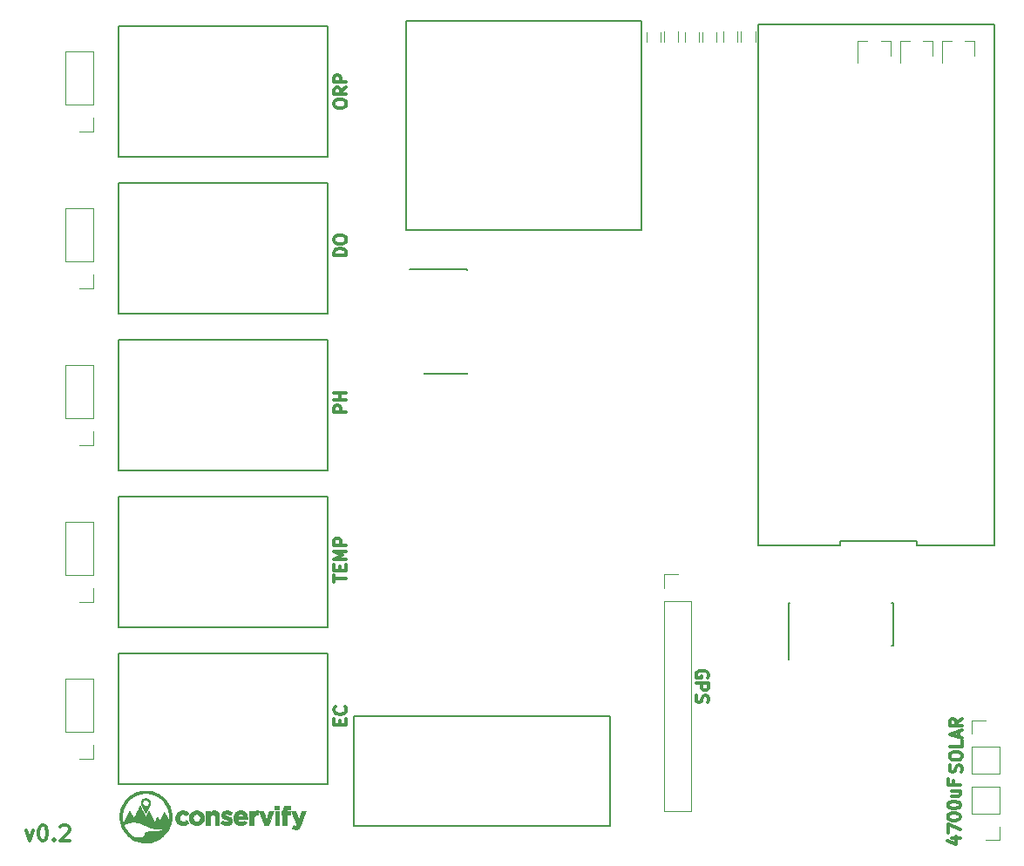
<source format=gbr>
G04 #@! TF.FileFunction,Legend,Top*
%FSLAX46Y46*%
G04 Gerber Fmt 4.6, Leading zero omitted, Abs format (unit mm)*
G04 Created by KiCad (PCBNEW 4.0.6) date 06/19/17 16:27:19*
%MOMM*%
%LPD*%
G01*
G04 APERTURE LIST*
%ADD10C,0.100000*%
%ADD11C,0.300000*%
%ADD12C,0.120000*%
%ADD13C,0.150000*%
%ADD14C,0.010000*%
G04 APERTURE END LIST*
D10*
D11*
X158639144Y-150554571D02*
X158996287Y-151554571D01*
X159353429Y-150554571D01*
X160210572Y-150054571D02*
X160353429Y-150054571D01*
X160496286Y-150126000D01*
X160567715Y-150197429D01*
X160639144Y-150340286D01*
X160710572Y-150626000D01*
X160710572Y-150983143D01*
X160639144Y-151268857D01*
X160567715Y-151411714D01*
X160496286Y-151483143D01*
X160353429Y-151554571D01*
X160210572Y-151554571D01*
X160067715Y-151483143D01*
X159996286Y-151411714D01*
X159924858Y-151268857D01*
X159853429Y-150983143D01*
X159853429Y-150626000D01*
X159924858Y-150340286D01*
X159996286Y-150197429D01*
X160067715Y-150126000D01*
X160210572Y-150054571D01*
X161353429Y-151411714D02*
X161424857Y-151483143D01*
X161353429Y-151554571D01*
X161282000Y-151483143D01*
X161353429Y-151411714D01*
X161353429Y-151554571D01*
X161996286Y-150197429D02*
X162067715Y-150126000D01*
X162210572Y-150054571D01*
X162567715Y-150054571D01*
X162710572Y-150126000D01*
X162782001Y-150197429D01*
X162853429Y-150340286D01*
X162853429Y-150483143D01*
X162782001Y-150697429D01*
X161924858Y-151554571D01*
X162853429Y-151554571D01*
X188572857Y-80054285D02*
X188572857Y-79825714D01*
X188630000Y-79711428D01*
X188744286Y-79597142D01*
X188972857Y-79540000D01*
X189372857Y-79540000D01*
X189601429Y-79597142D01*
X189715714Y-79711428D01*
X189772857Y-79825714D01*
X189772857Y-80054285D01*
X189715714Y-80168571D01*
X189601429Y-80282857D01*
X189372857Y-80340000D01*
X188972857Y-80340000D01*
X188744286Y-80282857D01*
X188630000Y-80168571D01*
X188572857Y-80054285D01*
X189772857Y-78339999D02*
X189201429Y-78739999D01*
X189772857Y-79025714D02*
X188572857Y-79025714D01*
X188572857Y-78568571D01*
X188630000Y-78454285D01*
X188687143Y-78397142D01*
X188801429Y-78339999D01*
X188972857Y-78339999D01*
X189087143Y-78397142D01*
X189144286Y-78454285D01*
X189201429Y-78568571D01*
X189201429Y-79025714D01*
X189772857Y-77825714D02*
X188572857Y-77825714D01*
X188572857Y-77368571D01*
X188630000Y-77254285D01*
X188687143Y-77197142D01*
X188801429Y-77139999D01*
X188972857Y-77139999D01*
X189087143Y-77197142D01*
X189144286Y-77254285D01*
X189201429Y-77368571D01*
X189201429Y-77825714D01*
X189772857Y-94668857D02*
X188572857Y-94668857D01*
X188572857Y-94383142D01*
X188630000Y-94211714D01*
X188744286Y-94097428D01*
X188858571Y-94040285D01*
X189087143Y-93983142D01*
X189258571Y-93983142D01*
X189487143Y-94040285D01*
X189601429Y-94097428D01*
X189715714Y-94211714D01*
X189772857Y-94383142D01*
X189772857Y-94668857D01*
X188572857Y-93240285D02*
X188572857Y-93011714D01*
X188630000Y-92897428D01*
X188744286Y-92783142D01*
X188972857Y-92726000D01*
X189372857Y-92726000D01*
X189601429Y-92783142D01*
X189715714Y-92897428D01*
X189772857Y-93011714D01*
X189772857Y-93240285D01*
X189715714Y-93354571D01*
X189601429Y-93468857D01*
X189372857Y-93526000D01*
X188972857Y-93526000D01*
X188744286Y-93468857D01*
X188630000Y-93354571D01*
X188572857Y-93240285D01*
X189772857Y-109908857D02*
X188572857Y-109908857D01*
X188572857Y-109451714D01*
X188630000Y-109337428D01*
X188687143Y-109280285D01*
X188801429Y-109223142D01*
X188972857Y-109223142D01*
X189087143Y-109280285D01*
X189144286Y-109337428D01*
X189201429Y-109451714D01*
X189201429Y-109908857D01*
X189772857Y-108708857D02*
X188572857Y-108708857D01*
X189144286Y-108708857D02*
X189144286Y-108023142D01*
X189772857Y-108023142D02*
X188572857Y-108023142D01*
X189144286Y-140303143D02*
X189144286Y-139903143D01*
X189772857Y-139731714D02*
X189772857Y-140303143D01*
X188572857Y-140303143D01*
X188572857Y-139731714D01*
X189658571Y-138531714D02*
X189715714Y-138588857D01*
X189772857Y-138760286D01*
X189772857Y-138874572D01*
X189715714Y-139046000D01*
X189601429Y-139160286D01*
X189487143Y-139217429D01*
X189258571Y-139274572D01*
X189087143Y-139274572D01*
X188858571Y-139217429D01*
X188744286Y-139160286D01*
X188630000Y-139046000D01*
X188572857Y-138874572D01*
X188572857Y-138760286D01*
X188630000Y-138588857D01*
X188687143Y-138531714D01*
X188572857Y-126377428D02*
X188572857Y-125691714D01*
X189772857Y-126034571D02*
X188572857Y-126034571D01*
X189144286Y-125291714D02*
X189144286Y-124891714D01*
X189772857Y-124720285D02*
X189772857Y-125291714D01*
X188572857Y-125291714D01*
X188572857Y-124720285D01*
X189772857Y-124206000D02*
X188572857Y-124206000D01*
X189430000Y-123806000D01*
X188572857Y-123406000D01*
X189772857Y-123406000D01*
X189772857Y-122834571D02*
X188572857Y-122834571D01*
X188572857Y-122377428D01*
X188630000Y-122263142D01*
X188687143Y-122205999D01*
X188801429Y-122148856D01*
X188972857Y-122148856D01*
X189087143Y-122205999D01*
X189144286Y-122263142D01*
X189201429Y-122377428D01*
X189201429Y-122834571D01*
X224882000Y-135693258D02*
X224939143Y-135578972D01*
X224939143Y-135407543D01*
X224882000Y-135236115D01*
X224767714Y-135121829D01*
X224653429Y-135064686D01*
X224424857Y-135007543D01*
X224253429Y-135007543D01*
X224024857Y-135064686D01*
X223910571Y-135121829D01*
X223796286Y-135236115D01*
X223739143Y-135407543D01*
X223739143Y-135521829D01*
X223796286Y-135693258D01*
X223853429Y-135750401D01*
X224253429Y-135750401D01*
X224253429Y-135521829D01*
X223739143Y-136264686D02*
X224939143Y-136264686D01*
X224939143Y-136721829D01*
X224882000Y-136836115D01*
X224824857Y-136893258D01*
X224710571Y-136950401D01*
X224539143Y-136950401D01*
X224424857Y-136893258D01*
X224367714Y-136836115D01*
X224310571Y-136721829D01*
X224310571Y-136264686D01*
X223796286Y-137407543D02*
X223739143Y-137578972D01*
X223739143Y-137864686D01*
X223796286Y-137978972D01*
X223853429Y-138036115D01*
X223967714Y-138093258D01*
X224082000Y-138093258D01*
X224196286Y-138036115D01*
X224253429Y-137978972D01*
X224310571Y-137864686D01*
X224367714Y-137636115D01*
X224424857Y-137521829D01*
X224482000Y-137464686D01*
X224596286Y-137407543D01*
X224710571Y-137407543D01*
X224824857Y-137464686D01*
X224882000Y-137521829D01*
X224939143Y-137636115D01*
X224939143Y-137921829D01*
X224882000Y-138093258D01*
X248612057Y-151285256D02*
X249412057Y-151285256D01*
X248154914Y-151570970D02*
X249012057Y-151856685D01*
X249012057Y-151113827D01*
X248212057Y-150770970D02*
X248212057Y-149970970D01*
X249412057Y-150485256D01*
X248212057Y-149285256D02*
X248212057Y-149170971D01*
X248269200Y-149056685D01*
X248326343Y-148999542D01*
X248440629Y-148942399D01*
X248669200Y-148885256D01*
X248954914Y-148885256D01*
X249183486Y-148942399D01*
X249297771Y-148999542D01*
X249354914Y-149056685D01*
X249412057Y-149170971D01*
X249412057Y-149285256D01*
X249354914Y-149399542D01*
X249297771Y-149456685D01*
X249183486Y-149513828D01*
X248954914Y-149570971D01*
X248669200Y-149570971D01*
X248440629Y-149513828D01*
X248326343Y-149456685D01*
X248269200Y-149399542D01*
X248212057Y-149285256D01*
X248212057Y-148142399D02*
X248212057Y-148028114D01*
X248269200Y-147913828D01*
X248326343Y-147856685D01*
X248440629Y-147799542D01*
X248669200Y-147742399D01*
X248954914Y-147742399D01*
X249183486Y-147799542D01*
X249297771Y-147856685D01*
X249354914Y-147913828D01*
X249412057Y-148028114D01*
X249412057Y-148142399D01*
X249354914Y-148256685D01*
X249297771Y-148313828D01*
X249183486Y-148370971D01*
X248954914Y-148428114D01*
X248669200Y-148428114D01*
X248440629Y-148370971D01*
X248326343Y-148313828D01*
X248269200Y-148256685D01*
X248212057Y-148142399D01*
X248612057Y-146713828D02*
X249412057Y-146713828D01*
X248612057Y-147228114D02*
X249240629Y-147228114D01*
X249354914Y-147170971D01*
X249412057Y-147056685D01*
X249412057Y-146885257D01*
X249354914Y-146770971D01*
X249297771Y-146713828D01*
X248783486Y-145742400D02*
X248783486Y-146142400D01*
X249412057Y-146142400D02*
X248212057Y-146142400D01*
X248212057Y-145570971D01*
X249507314Y-144862229D02*
X249564457Y-144690800D01*
X249564457Y-144405086D01*
X249507314Y-144290800D01*
X249450171Y-144233657D01*
X249335886Y-144176514D01*
X249221600Y-144176514D01*
X249107314Y-144233657D01*
X249050171Y-144290800D01*
X248993029Y-144405086D01*
X248935886Y-144633657D01*
X248878743Y-144747943D01*
X248821600Y-144805086D01*
X248707314Y-144862229D01*
X248593029Y-144862229D01*
X248478743Y-144805086D01*
X248421600Y-144747943D01*
X248364457Y-144633657D01*
X248364457Y-144347943D01*
X248421600Y-144176514D01*
X248364457Y-143433657D02*
X248364457Y-143205086D01*
X248421600Y-143090800D01*
X248535886Y-142976514D01*
X248764457Y-142919372D01*
X249164457Y-142919372D01*
X249393029Y-142976514D01*
X249507314Y-143090800D01*
X249564457Y-143205086D01*
X249564457Y-143433657D01*
X249507314Y-143547943D01*
X249393029Y-143662229D01*
X249164457Y-143719372D01*
X248764457Y-143719372D01*
X248535886Y-143662229D01*
X248421600Y-143547943D01*
X248364457Y-143433657D01*
X249564457Y-141833657D02*
X249564457Y-142405086D01*
X248364457Y-142405086D01*
X249221600Y-141490800D02*
X249221600Y-140919371D01*
X249564457Y-141605085D02*
X248364457Y-141205085D01*
X249564457Y-140805085D01*
X249564457Y-139719371D02*
X248993029Y-140119371D01*
X249564457Y-140405086D02*
X248364457Y-140405086D01*
X248364457Y-139947943D01*
X248421600Y-139833657D01*
X248478743Y-139776514D01*
X248593029Y-139719371D01*
X248764457Y-139719371D01*
X248878743Y-139776514D01*
X248935886Y-139833657D01*
X248993029Y-139947943D01*
X248993029Y-140405086D01*
D12*
X165160000Y-140970000D02*
X165160000Y-135830000D01*
X165160000Y-135830000D02*
X162500000Y-135830000D01*
X162500000Y-135830000D02*
X162500000Y-140970000D01*
X162500000Y-140970000D02*
X165160000Y-140970000D01*
X165160000Y-142240000D02*
X165160000Y-143570000D01*
X165160000Y-143570000D02*
X163830000Y-143570000D01*
X165160000Y-110490000D02*
X165160000Y-105350000D01*
X165160000Y-105350000D02*
X162500000Y-105350000D01*
X162500000Y-105350000D02*
X162500000Y-110490000D01*
X162500000Y-110490000D02*
X165160000Y-110490000D01*
X165160000Y-111760000D02*
X165160000Y-113090000D01*
X165160000Y-113090000D02*
X163830000Y-113090000D01*
X165160000Y-95250000D02*
X165160000Y-90110000D01*
X165160000Y-90110000D02*
X162500000Y-90110000D01*
X162500000Y-90110000D02*
X162500000Y-95250000D01*
X162500000Y-95250000D02*
X165160000Y-95250000D01*
X165160000Y-96520000D02*
X165160000Y-97850000D01*
X165160000Y-97850000D02*
X163830000Y-97850000D01*
X165160000Y-125730000D02*
X165160000Y-120590000D01*
X165160000Y-120590000D02*
X162500000Y-120590000D01*
X162500000Y-120590000D02*
X162500000Y-125730000D01*
X162500000Y-125730000D02*
X165160000Y-125730000D01*
X165160000Y-127000000D02*
X165160000Y-128330000D01*
X165160000Y-128330000D02*
X163830000Y-128330000D01*
X165160000Y-80010000D02*
X165160000Y-74870000D01*
X165160000Y-74870000D02*
X162500000Y-74870000D01*
X162500000Y-74870000D02*
X162500000Y-80010000D01*
X162500000Y-80010000D02*
X165160000Y-80010000D01*
X165160000Y-81280000D02*
X165160000Y-82610000D01*
X165160000Y-82610000D02*
X163830000Y-82610000D01*
D13*
X195580000Y-71890000D02*
X195580000Y-92210000D01*
X218440000Y-71890000D02*
X195580000Y-71890000D01*
X218440000Y-92210000D02*
X218440000Y-71890000D01*
X195580000Y-92210000D02*
X218440000Y-92210000D01*
X252712400Y-122867600D02*
X252712400Y-72237600D01*
X229792400Y-72237600D02*
X229792400Y-122867600D01*
X252712400Y-72237600D02*
X229792400Y-72237600D01*
X229792400Y-122867600D02*
X237699067Y-122867600D01*
X237699067Y-122867600D02*
X237699067Y-122417600D01*
X237699067Y-122417600D02*
X245205733Y-122417600D01*
X245205733Y-122417600D02*
X245205733Y-122867600D01*
X245205733Y-122867600D02*
X252712400Y-122867600D01*
X187960000Y-102870000D02*
X187960000Y-115570000D01*
X167640000Y-102870000D02*
X187960000Y-102870000D01*
X167640000Y-115570000D02*
X167640000Y-102870000D01*
X187960000Y-115570000D02*
X167640000Y-115570000D01*
X187960000Y-87630000D02*
X187960000Y-100330000D01*
X167640000Y-87630000D02*
X187960000Y-87630000D01*
X167640000Y-100330000D02*
X167640000Y-87630000D01*
X187960000Y-100330000D02*
X167640000Y-100330000D01*
X187960000Y-118110000D02*
X187960000Y-130810000D01*
X167640000Y-118110000D02*
X187960000Y-118110000D01*
X167640000Y-130810000D02*
X167640000Y-118110000D01*
X187960000Y-130810000D02*
X167640000Y-130810000D01*
X187960000Y-72390000D02*
X187960000Y-85090000D01*
X167640000Y-72390000D02*
X187960000Y-72390000D01*
X167640000Y-85090000D02*
X167640000Y-72390000D01*
X187960000Y-85090000D02*
X167640000Y-85090000D01*
X215392000Y-139446000D02*
X215392000Y-150114000D01*
X190500000Y-139446000D02*
X215392000Y-139446000D01*
X190500000Y-150114000D02*
X190500000Y-139446000D01*
X215392000Y-150114000D02*
X190500000Y-150114000D01*
X187960000Y-133350000D02*
X187960000Y-146050000D01*
X167640000Y-133350000D02*
X187960000Y-133350000D01*
X167640000Y-146050000D02*
X167640000Y-133350000D01*
X187960000Y-146050000D02*
X167640000Y-146050000D01*
D12*
X220630000Y-128270000D02*
X220630000Y-148650000D01*
X220630000Y-148650000D02*
X223290000Y-148650000D01*
X223290000Y-148650000D02*
X223290000Y-128270000D01*
X223290000Y-128270000D02*
X220630000Y-128270000D01*
X220630000Y-127000000D02*
X220630000Y-125670000D01*
X220630000Y-125670000D02*
X221960000Y-125670000D01*
X253196400Y-148894800D02*
X253196400Y-146294800D01*
X253196400Y-146294800D02*
X250536400Y-146294800D01*
X250536400Y-146294800D02*
X250536400Y-148894800D01*
X250536400Y-148894800D02*
X253196400Y-148894800D01*
X253196400Y-150164800D02*
X253196400Y-151494800D01*
X253196400Y-151494800D02*
X251866400Y-151494800D01*
X250536400Y-142443200D02*
X250536400Y-145043200D01*
X250536400Y-145043200D02*
X253196400Y-145043200D01*
X253196400Y-145043200D02*
X253196400Y-142443200D01*
X253196400Y-142443200D02*
X250536400Y-142443200D01*
X250536400Y-141173200D02*
X250536400Y-139843200D01*
X250536400Y-139843200D02*
X251866400Y-139843200D01*
D14*
G36*
X170322309Y-146701033D02*
X170378187Y-146701629D01*
X170426299Y-146702847D01*
X170469112Y-146704871D01*
X170509090Y-146707883D01*
X170548701Y-146712067D01*
X170590409Y-146717607D01*
X170636680Y-146724685D01*
X170686271Y-146732860D01*
X170856626Y-146767912D01*
X171023536Y-146814926D01*
X171186412Y-146873488D01*
X171344666Y-146943186D01*
X171497708Y-147023607D01*
X171644949Y-147114337D01*
X171785800Y-147214963D01*
X171919671Y-147325073D01*
X172045973Y-147444253D01*
X172164117Y-147572090D01*
X172273513Y-147708171D01*
X172373573Y-147852084D01*
X172441099Y-147963097D01*
X172524704Y-148121365D01*
X172596127Y-148283149D01*
X172655382Y-148448499D01*
X172702481Y-148617469D01*
X172737436Y-148790110D01*
X172760260Y-148966475D01*
X172770967Y-149146617D01*
X172769918Y-149321488D01*
X172757157Y-149496368D01*
X172732005Y-149669419D01*
X172694715Y-149840002D01*
X172645541Y-150007478D01*
X172584734Y-150171207D01*
X172512549Y-150330551D01*
X172429238Y-150484871D01*
X172335055Y-150633526D01*
X172230253Y-150775878D01*
X172160754Y-150859880D01*
X172123435Y-150901310D01*
X172078884Y-150947940D01*
X172029641Y-150997318D01*
X171978249Y-151046990D01*
X171927247Y-151094504D01*
X171879177Y-151137407D01*
X171836581Y-151173245D01*
X171833742Y-151175529D01*
X171690523Y-151282386D01*
X171541078Y-151378532D01*
X171386097Y-151463589D01*
X171226265Y-151537175D01*
X171075350Y-151594478D01*
X170903264Y-151646765D01*
X170729085Y-151686652D01*
X170553298Y-151714076D01*
X170376389Y-151728971D01*
X170198845Y-151731271D01*
X170087925Y-151726296D01*
X169910887Y-151708112D01*
X169736496Y-151677661D01*
X169565332Y-151635208D01*
X169397978Y-151581017D01*
X169235016Y-151515353D01*
X169077027Y-151438480D01*
X168924594Y-151350662D01*
X168778298Y-151252165D01*
X168638722Y-151143252D01*
X168506447Y-151024187D01*
X168475110Y-150993389D01*
X168354016Y-150863468D01*
X168243214Y-150726465D01*
X168142881Y-150582979D01*
X168053195Y-150433609D01*
X167974334Y-150278953D01*
X167906475Y-150119611D01*
X167864109Y-149997453D01*
X168111840Y-149997453D01*
X168113094Y-150006242D01*
X168118921Y-150024715D01*
X168128588Y-150051015D01*
X168141361Y-150083290D01*
X168156506Y-150119684D01*
X168173289Y-150158343D01*
X168190932Y-150197315D01*
X168208526Y-150233077D01*
X168231449Y-150276339D01*
X168257950Y-150324055D01*
X168286281Y-150373181D01*
X168314691Y-150420671D01*
X168341433Y-150463479D01*
X168360017Y-150491675D01*
X168447234Y-150610751D01*
X168543851Y-150726152D01*
X168648001Y-150836006D01*
X168757815Y-150938435D01*
X168871425Y-151031566D01*
X168964938Y-151098889D01*
X169025649Y-151134018D01*
X169097681Y-151165303D01*
X169180174Y-151192497D01*
X169272268Y-151215352D01*
X169373104Y-151233618D01*
X169475150Y-151246388D01*
X169508395Y-151248536D01*
X169550204Y-151249476D01*
X169596502Y-151249253D01*
X169643213Y-151247915D01*
X169686263Y-151245509D01*
X169707409Y-151243697D01*
X169791043Y-151231718D01*
X169868487Y-151213402D01*
X169938304Y-151189245D01*
X169999056Y-151159745D01*
X170049003Y-151125646D01*
X170081785Y-151095001D01*
X170106278Y-151062501D01*
X170124170Y-151025062D01*
X170137151Y-150979600D01*
X170141711Y-150956441D01*
X170155511Y-150895615D01*
X170173979Y-150845262D01*
X170198074Y-150803708D01*
X170228751Y-150769280D01*
X170264529Y-150741868D01*
X170298136Y-150722575D01*
X170335528Y-150706031D01*
X170377739Y-150692080D01*
X170425800Y-150680567D01*
X170480742Y-150671336D01*
X170543597Y-150664230D01*
X170615397Y-150659095D01*
X170697174Y-150655775D01*
X170789959Y-150654112D01*
X170847406Y-150653848D01*
X170996490Y-150652111D01*
X171133485Y-150647091D01*
X171258352Y-150638789D01*
X171371053Y-150627210D01*
X171471550Y-150612356D01*
X171538900Y-150599066D01*
X171664396Y-150565662D01*
X171784009Y-150522761D01*
X171896882Y-150470835D01*
X172002158Y-150410357D01*
X172098981Y-150341799D01*
X172186495Y-150265635D01*
X172236098Y-150214362D01*
X172259344Y-150188631D01*
X172192809Y-150222022D01*
X172158885Y-150238414D01*
X172121773Y-150255335D01*
X172087014Y-150270300D01*
X172069556Y-150277321D01*
X172023839Y-150293245D01*
X171969205Y-150309492D01*
X171909375Y-150325145D01*
X171848069Y-150339283D01*
X171789010Y-150350989D01*
X171738925Y-150358946D01*
X171694260Y-150363581D01*
X171640180Y-150367041D01*
X171579916Y-150369298D01*
X171516700Y-150370324D01*
X171453765Y-150370094D01*
X171394342Y-150368578D01*
X171341664Y-150365750D01*
X171307125Y-150362592D01*
X171139057Y-150337478D01*
X170968343Y-150300837D01*
X170796622Y-150253096D01*
X170625533Y-150194682D01*
X170547220Y-150164235D01*
X170520848Y-150153513D01*
X170496043Y-150143251D01*
X170471338Y-150132793D01*
X170445265Y-150121481D01*
X170416355Y-150108660D01*
X170383140Y-150093672D01*
X170344152Y-150075862D01*
X170297922Y-150054571D01*
X170242983Y-150029144D01*
X170184762Y-150002127D01*
X170016469Y-149929344D01*
X169849404Y-149867780D01*
X169683944Y-149817460D01*
X169520466Y-149778407D01*
X169359346Y-149750647D01*
X169200962Y-149734206D01*
X169045690Y-149729107D01*
X168893908Y-149735376D01*
X168745992Y-149753037D01*
X168602319Y-149782116D01*
X168463267Y-149822638D01*
X168329212Y-149874627D01*
X168319724Y-149878831D01*
X168288827Y-149893329D01*
X168255332Y-149910206D01*
X168221240Y-149928318D01*
X168188551Y-149946526D01*
X168159265Y-149963687D01*
X168135383Y-149978659D01*
X168118905Y-149990303D01*
X168111840Y-149997453D01*
X167864109Y-149997453D01*
X167849795Y-149956181D01*
X167804473Y-149789263D01*
X167770686Y-149619455D01*
X167748611Y-149447356D01*
X167738427Y-149273564D01*
X167739804Y-149145590D01*
X167970601Y-149145590D01*
X167970635Y-149220682D01*
X167972440Y-149297688D01*
X167975921Y-149373384D01*
X167980986Y-149444542D01*
X167987540Y-149507938D01*
X167991412Y-149536150D01*
X167998386Y-149579074D01*
X168006552Y-149624403D01*
X168015540Y-149670539D01*
X168024979Y-149715883D01*
X168034499Y-149758837D01*
X168043731Y-149797804D01*
X168052305Y-149831184D01*
X168059851Y-149857379D01*
X168065999Y-149874791D01*
X168070379Y-149881822D01*
X168071358Y-149881607D01*
X168074601Y-149875645D01*
X168083227Y-149859100D01*
X168096858Y-149832709D01*
X168115119Y-149797208D01*
X168137632Y-149753332D01*
X168164021Y-149701819D01*
X168193908Y-149643404D01*
X168226917Y-149578824D01*
X168262670Y-149508815D01*
X168300792Y-149434113D01*
X168340904Y-149355454D01*
X168382631Y-149273575D01*
X168384018Y-149270852D01*
X168425805Y-149188902D01*
X168466023Y-149110176D01*
X168504295Y-149035409D01*
X168540240Y-148965334D01*
X168573480Y-148900685D01*
X168603636Y-148842197D01*
X168630329Y-148790603D01*
X168653179Y-148746637D01*
X168671807Y-148711034D01*
X168685835Y-148684527D01*
X168694883Y-148667851D01*
X168698572Y-148661739D01*
X168698599Y-148661726D01*
X168702374Y-148666922D01*
X168711580Y-148682411D01*
X168725707Y-148707263D01*
X168744243Y-148740546D01*
X168766677Y-148781331D01*
X168792498Y-148828685D01*
X168821196Y-148881679D01*
X168852258Y-148939382D01*
X168885174Y-149000863D01*
X168896451Y-149022001D01*
X168929870Y-149084571D01*
X168961586Y-149143713D01*
X168991090Y-149198492D01*
X169017871Y-149247971D01*
X169041419Y-149291215D01*
X169061226Y-149327290D01*
X169076780Y-149355260D01*
X169087572Y-149374189D01*
X169093093Y-149383143D01*
X169093671Y-149383750D01*
X169097131Y-149378231D01*
X169106028Y-149362169D01*
X169119972Y-149336304D01*
X169138574Y-149301380D01*
X169161444Y-149258136D01*
X169188192Y-149207314D01*
X169218429Y-149149656D01*
X169251765Y-149085902D01*
X169287811Y-149016795D01*
X169326177Y-148943076D01*
X169366474Y-148865486D01*
X169401478Y-148797962D01*
X169443117Y-148717606D01*
X169483147Y-148640425D01*
X169521177Y-148567168D01*
X169556818Y-148498583D01*
X169589678Y-148435419D01*
X169619368Y-148378423D01*
X169645499Y-148328344D01*
X169667679Y-148285931D01*
X169685519Y-148251931D01*
X169698629Y-148227093D01*
X169706619Y-148212165D01*
X169709083Y-148207836D01*
X169712612Y-148212673D01*
X169721678Y-148227952D01*
X169735859Y-148252900D01*
X169754731Y-148286743D01*
X169777872Y-148328708D01*
X169804859Y-148378022D01*
X169835269Y-148433913D01*
X169868679Y-148495607D01*
X169904667Y-148562331D01*
X169942809Y-148633312D01*
X169982683Y-148707776D01*
X169989500Y-148720531D01*
X170029636Y-148795594D01*
X170068089Y-148867384D01*
X170104436Y-148935119D01*
X170138254Y-148998019D01*
X170169123Y-149055303D01*
X170196620Y-149106189D01*
X170220322Y-149149898D01*
X170239808Y-149185647D01*
X170254656Y-149212657D01*
X170264443Y-149230145D01*
X170268748Y-149237332D01*
X170268900Y-149237474D01*
X170272359Y-149231991D01*
X170281048Y-149216308D01*
X170294388Y-149191519D01*
X170311801Y-149158720D01*
X170332708Y-149119004D01*
X170356531Y-149073466D01*
X170382692Y-149023200D01*
X170410613Y-148969302D01*
X170411458Y-148967667D01*
X170439448Y-148913671D01*
X170465738Y-148863281D01*
X170489744Y-148817591D01*
X170510883Y-148777696D01*
X170528572Y-148744690D01*
X170542227Y-148719668D01*
X170551266Y-148703724D01*
X170555106Y-148697954D01*
X170555133Y-148697950D01*
X170558694Y-148703421D01*
X170567792Y-148719305D01*
X170581995Y-148744804D01*
X170600870Y-148779122D01*
X170623984Y-148821461D01*
X170650904Y-148871024D01*
X170681197Y-148927016D01*
X170714431Y-148988638D01*
X170750172Y-149055094D01*
X170787988Y-149125587D01*
X170825049Y-149194837D01*
X170864721Y-149269034D01*
X170902905Y-149340416D01*
X170939144Y-149408134D01*
X170972985Y-149471339D01*
X171003973Y-149529183D01*
X171031652Y-149580817D01*
X171055569Y-149625394D01*
X171075268Y-149662065D01*
X171090294Y-149689982D01*
X171100194Y-149708296D01*
X171104313Y-149715812D01*
X171117953Y-149739900D01*
X171248623Y-149487212D01*
X171275722Y-149435032D01*
X171301134Y-149386529D01*
X171324254Y-149342828D01*
X171344475Y-149305056D01*
X171361192Y-149274338D01*
X171373798Y-149251800D01*
X171381686Y-149238569D01*
X171384167Y-149235432D01*
X171388173Y-149241049D01*
X171397428Y-149256633D01*
X171411233Y-149280931D01*
X171428893Y-149312689D01*
X171449709Y-149350653D01*
X171472984Y-149393569D01*
X171497970Y-149440087D01*
X171522920Y-149486472D01*
X171546060Y-149528949D01*
X171566706Y-149566301D01*
X171584170Y-149597311D01*
X171597768Y-149620761D01*
X171606813Y-149635433D01*
X171610620Y-149640111D01*
X171610632Y-149640100D01*
X171614081Y-149633990D01*
X171622892Y-149617478D01*
X171636604Y-149591449D01*
X171654756Y-149556788D01*
X171676888Y-149514378D01*
X171702537Y-149465105D01*
X171731244Y-149409853D01*
X171762546Y-149349506D01*
X171795984Y-149284950D01*
X171831096Y-149217068D01*
X171832221Y-149214894D01*
X171867341Y-149147030D01*
X171900790Y-149082554D01*
X171932111Y-149022339D01*
X171960845Y-148967258D01*
X171986532Y-148918187D01*
X172008714Y-148876000D01*
X172026933Y-148841571D01*
X172040730Y-148815773D01*
X172049647Y-148799482D01*
X172053224Y-148793572D01*
X172053250Y-148793564D01*
X172056865Y-148798947D01*
X172066298Y-148814464D01*
X172081038Y-148839240D01*
X172100571Y-148872398D01*
X172124387Y-148913064D01*
X172151973Y-148960361D01*
X172182818Y-149013414D01*
X172216409Y-149071346D01*
X172252234Y-149133283D01*
X172281509Y-149184001D01*
X172318712Y-149248338D01*
X172354120Y-149309235D01*
X172387221Y-149365831D01*
X172417499Y-149417262D01*
X172444441Y-149462666D01*
X172467534Y-149501181D01*
X172486264Y-149531944D01*
X172500118Y-149554094D01*
X172508582Y-149566767D01*
X172511120Y-149569510D01*
X172515344Y-149559020D01*
X172519570Y-149537499D01*
X172523670Y-149506618D01*
X172527517Y-149468044D01*
X172530982Y-149423448D01*
X172533939Y-149374498D01*
X172536258Y-149322864D01*
X172537812Y-149270214D01*
X172538473Y-149218218D01*
X172538486Y-149212300D01*
X172536830Y-149103085D01*
X172531352Y-149002480D01*
X172521651Y-148906864D01*
X172507320Y-148812615D01*
X172487958Y-148716113D01*
X172478631Y-148675725D01*
X172433993Y-148514256D01*
X172378511Y-148358821D01*
X172311759Y-148208448D01*
X172233311Y-148062165D01*
X172154197Y-147935950D01*
X172108694Y-147869968D01*
X172064508Y-147810270D01*
X172019216Y-147753933D01*
X171970393Y-147698036D01*
X171915614Y-147639656D01*
X171869456Y-147592777D01*
X171785426Y-147511865D01*
X171703966Y-147440047D01*
X171622112Y-147374989D01*
X171536902Y-147314352D01*
X171445371Y-147255801D01*
X171431088Y-147247158D01*
X171283673Y-147165821D01*
X171132035Y-147096190D01*
X170976834Y-147038245D01*
X170818730Y-146991970D01*
X170658385Y-146957346D01*
X170496457Y-146934355D01*
X170333609Y-146922980D01*
X170170501Y-146923202D01*
X170007794Y-146935003D01*
X169846147Y-146958366D01*
X169686222Y-146993272D01*
X169528679Y-147039704D01*
X169374178Y-147097643D01*
X169223381Y-147167071D01*
X169076948Y-147247971D01*
X168973500Y-147314050D01*
X168836766Y-147414211D01*
X168708703Y-147523364D01*
X168589648Y-147640935D01*
X168479937Y-147766350D01*
X168379908Y-147899036D01*
X168289896Y-148038417D01*
X168210240Y-148183920D01*
X168141274Y-148334971D01*
X168083337Y-148490996D01*
X168036765Y-148651421D01*
X168001895Y-148815671D01*
X167979062Y-148983173D01*
X167976220Y-149014055D01*
X167972431Y-149075639D01*
X167970601Y-149145590D01*
X167739804Y-149145590D01*
X167740310Y-149098680D01*
X167754439Y-148923301D01*
X167780991Y-148748027D01*
X167792329Y-148691167D01*
X167834825Y-148520090D01*
X167888740Y-148353898D01*
X167953619Y-148193031D01*
X168029007Y-148037926D01*
X168114449Y-147889021D01*
X168209491Y-147746756D01*
X168313678Y-147611567D01*
X168426555Y-147483894D01*
X168547667Y-147364173D01*
X168676560Y-147252845D01*
X168812778Y-147150346D01*
X168955868Y-147057115D01*
X169105374Y-146973590D01*
X169260842Y-146900210D01*
X169421817Y-146837412D01*
X169587843Y-146785635D01*
X169758467Y-146745317D01*
X169824400Y-146733095D01*
X169876632Y-146724360D01*
X169922389Y-146717339D01*
X169964110Y-146711849D01*
X170004232Y-146707708D01*
X170045191Y-146704735D01*
X170089427Y-146702747D01*
X170139375Y-146701563D01*
X170197473Y-146701000D01*
X170256200Y-146700875D01*
X170322309Y-146701033D01*
X170322309Y-146701033D01*
G37*
X170322309Y-146701033D02*
X170378187Y-146701629D01*
X170426299Y-146702847D01*
X170469112Y-146704871D01*
X170509090Y-146707883D01*
X170548701Y-146712067D01*
X170590409Y-146717607D01*
X170636680Y-146724685D01*
X170686271Y-146732860D01*
X170856626Y-146767912D01*
X171023536Y-146814926D01*
X171186412Y-146873488D01*
X171344666Y-146943186D01*
X171497708Y-147023607D01*
X171644949Y-147114337D01*
X171785800Y-147214963D01*
X171919671Y-147325073D01*
X172045973Y-147444253D01*
X172164117Y-147572090D01*
X172273513Y-147708171D01*
X172373573Y-147852084D01*
X172441099Y-147963097D01*
X172524704Y-148121365D01*
X172596127Y-148283149D01*
X172655382Y-148448499D01*
X172702481Y-148617469D01*
X172737436Y-148790110D01*
X172760260Y-148966475D01*
X172770967Y-149146617D01*
X172769918Y-149321488D01*
X172757157Y-149496368D01*
X172732005Y-149669419D01*
X172694715Y-149840002D01*
X172645541Y-150007478D01*
X172584734Y-150171207D01*
X172512549Y-150330551D01*
X172429238Y-150484871D01*
X172335055Y-150633526D01*
X172230253Y-150775878D01*
X172160754Y-150859880D01*
X172123435Y-150901310D01*
X172078884Y-150947940D01*
X172029641Y-150997318D01*
X171978249Y-151046990D01*
X171927247Y-151094504D01*
X171879177Y-151137407D01*
X171836581Y-151173245D01*
X171833742Y-151175529D01*
X171690523Y-151282386D01*
X171541078Y-151378532D01*
X171386097Y-151463589D01*
X171226265Y-151537175D01*
X171075350Y-151594478D01*
X170903264Y-151646765D01*
X170729085Y-151686652D01*
X170553298Y-151714076D01*
X170376389Y-151728971D01*
X170198845Y-151731271D01*
X170087925Y-151726296D01*
X169910887Y-151708112D01*
X169736496Y-151677661D01*
X169565332Y-151635208D01*
X169397978Y-151581017D01*
X169235016Y-151515353D01*
X169077027Y-151438480D01*
X168924594Y-151350662D01*
X168778298Y-151252165D01*
X168638722Y-151143252D01*
X168506447Y-151024187D01*
X168475110Y-150993389D01*
X168354016Y-150863468D01*
X168243214Y-150726465D01*
X168142881Y-150582979D01*
X168053195Y-150433609D01*
X167974334Y-150278953D01*
X167906475Y-150119611D01*
X167864109Y-149997453D01*
X168111840Y-149997453D01*
X168113094Y-150006242D01*
X168118921Y-150024715D01*
X168128588Y-150051015D01*
X168141361Y-150083290D01*
X168156506Y-150119684D01*
X168173289Y-150158343D01*
X168190932Y-150197315D01*
X168208526Y-150233077D01*
X168231449Y-150276339D01*
X168257950Y-150324055D01*
X168286281Y-150373181D01*
X168314691Y-150420671D01*
X168341433Y-150463479D01*
X168360017Y-150491675D01*
X168447234Y-150610751D01*
X168543851Y-150726152D01*
X168648001Y-150836006D01*
X168757815Y-150938435D01*
X168871425Y-151031566D01*
X168964938Y-151098889D01*
X169025649Y-151134018D01*
X169097681Y-151165303D01*
X169180174Y-151192497D01*
X169272268Y-151215352D01*
X169373104Y-151233618D01*
X169475150Y-151246388D01*
X169508395Y-151248536D01*
X169550204Y-151249476D01*
X169596502Y-151249253D01*
X169643213Y-151247915D01*
X169686263Y-151245509D01*
X169707409Y-151243697D01*
X169791043Y-151231718D01*
X169868487Y-151213402D01*
X169938304Y-151189245D01*
X169999056Y-151159745D01*
X170049003Y-151125646D01*
X170081785Y-151095001D01*
X170106278Y-151062501D01*
X170124170Y-151025062D01*
X170137151Y-150979600D01*
X170141711Y-150956441D01*
X170155511Y-150895615D01*
X170173979Y-150845262D01*
X170198074Y-150803708D01*
X170228751Y-150769280D01*
X170264529Y-150741868D01*
X170298136Y-150722575D01*
X170335528Y-150706031D01*
X170377739Y-150692080D01*
X170425800Y-150680567D01*
X170480742Y-150671336D01*
X170543597Y-150664230D01*
X170615397Y-150659095D01*
X170697174Y-150655775D01*
X170789959Y-150654112D01*
X170847406Y-150653848D01*
X170996490Y-150652111D01*
X171133485Y-150647091D01*
X171258352Y-150638789D01*
X171371053Y-150627210D01*
X171471550Y-150612356D01*
X171538900Y-150599066D01*
X171664396Y-150565662D01*
X171784009Y-150522761D01*
X171896882Y-150470835D01*
X172002158Y-150410357D01*
X172098981Y-150341799D01*
X172186495Y-150265635D01*
X172236098Y-150214362D01*
X172259344Y-150188631D01*
X172192809Y-150222022D01*
X172158885Y-150238414D01*
X172121773Y-150255335D01*
X172087014Y-150270300D01*
X172069556Y-150277321D01*
X172023839Y-150293245D01*
X171969205Y-150309492D01*
X171909375Y-150325145D01*
X171848069Y-150339283D01*
X171789010Y-150350989D01*
X171738925Y-150358946D01*
X171694260Y-150363581D01*
X171640180Y-150367041D01*
X171579916Y-150369298D01*
X171516700Y-150370324D01*
X171453765Y-150370094D01*
X171394342Y-150368578D01*
X171341664Y-150365750D01*
X171307125Y-150362592D01*
X171139057Y-150337478D01*
X170968343Y-150300837D01*
X170796622Y-150253096D01*
X170625533Y-150194682D01*
X170547220Y-150164235D01*
X170520848Y-150153513D01*
X170496043Y-150143251D01*
X170471338Y-150132793D01*
X170445265Y-150121481D01*
X170416355Y-150108660D01*
X170383140Y-150093672D01*
X170344152Y-150075862D01*
X170297922Y-150054571D01*
X170242983Y-150029144D01*
X170184762Y-150002127D01*
X170016469Y-149929344D01*
X169849404Y-149867780D01*
X169683944Y-149817460D01*
X169520466Y-149778407D01*
X169359346Y-149750647D01*
X169200962Y-149734206D01*
X169045690Y-149729107D01*
X168893908Y-149735376D01*
X168745992Y-149753037D01*
X168602319Y-149782116D01*
X168463267Y-149822638D01*
X168329212Y-149874627D01*
X168319724Y-149878831D01*
X168288827Y-149893329D01*
X168255332Y-149910206D01*
X168221240Y-149928318D01*
X168188551Y-149946526D01*
X168159265Y-149963687D01*
X168135383Y-149978659D01*
X168118905Y-149990303D01*
X168111840Y-149997453D01*
X167864109Y-149997453D01*
X167849795Y-149956181D01*
X167804473Y-149789263D01*
X167770686Y-149619455D01*
X167748611Y-149447356D01*
X167738427Y-149273564D01*
X167739804Y-149145590D01*
X167970601Y-149145590D01*
X167970635Y-149220682D01*
X167972440Y-149297688D01*
X167975921Y-149373384D01*
X167980986Y-149444542D01*
X167987540Y-149507938D01*
X167991412Y-149536150D01*
X167998386Y-149579074D01*
X168006552Y-149624403D01*
X168015540Y-149670539D01*
X168024979Y-149715883D01*
X168034499Y-149758837D01*
X168043731Y-149797804D01*
X168052305Y-149831184D01*
X168059851Y-149857379D01*
X168065999Y-149874791D01*
X168070379Y-149881822D01*
X168071358Y-149881607D01*
X168074601Y-149875645D01*
X168083227Y-149859100D01*
X168096858Y-149832709D01*
X168115119Y-149797208D01*
X168137632Y-149753332D01*
X168164021Y-149701819D01*
X168193908Y-149643404D01*
X168226917Y-149578824D01*
X168262670Y-149508815D01*
X168300792Y-149434113D01*
X168340904Y-149355454D01*
X168382631Y-149273575D01*
X168384018Y-149270852D01*
X168425805Y-149188902D01*
X168466023Y-149110176D01*
X168504295Y-149035409D01*
X168540240Y-148965334D01*
X168573480Y-148900685D01*
X168603636Y-148842197D01*
X168630329Y-148790603D01*
X168653179Y-148746637D01*
X168671807Y-148711034D01*
X168685835Y-148684527D01*
X168694883Y-148667851D01*
X168698572Y-148661739D01*
X168698599Y-148661726D01*
X168702374Y-148666922D01*
X168711580Y-148682411D01*
X168725707Y-148707263D01*
X168744243Y-148740546D01*
X168766677Y-148781331D01*
X168792498Y-148828685D01*
X168821196Y-148881679D01*
X168852258Y-148939382D01*
X168885174Y-149000863D01*
X168896451Y-149022001D01*
X168929870Y-149084571D01*
X168961586Y-149143713D01*
X168991090Y-149198492D01*
X169017871Y-149247971D01*
X169041419Y-149291215D01*
X169061226Y-149327290D01*
X169076780Y-149355260D01*
X169087572Y-149374189D01*
X169093093Y-149383143D01*
X169093671Y-149383750D01*
X169097131Y-149378231D01*
X169106028Y-149362169D01*
X169119972Y-149336304D01*
X169138574Y-149301380D01*
X169161444Y-149258136D01*
X169188192Y-149207314D01*
X169218429Y-149149656D01*
X169251765Y-149085902D01*
X169287811Y-149016795D01*
X169326177Y-148943076D01*
X169366474Y-148865486D01*
X169401478Y-148797962D01*
X169443117Y-148717606D01*
X169483147Y-148640425D01*
X169521177Y-148567168D01*
X169556818Y-148498583D01*
X169589678Y-148435419D01*
X169619368Y-148378423D01*
X169645499Y-148328344D01*
X169667679Y-148285931D01*
X169685519Y-148251931D01*
X169698629Y-148227093D01*
X169706619Y-148212165D01*
X169709083Y-148207836D01*
X169712612Y-148212673D01*
X169721678Y-148227952D01*
X169735859Y-148252900D01*
X169754731Y-148286743D01*
X169777872Y-148328708D01*
X169804859Y-148378022D01*
X169835269Y-148433913D01*
X169868679Y-148495607D01*
X169904667Y-148562331D01*
X169942809Y-148633312D01*
X169982683Y-148707776D01*
X169989500Y-148720531D01*
X170029636Y-148795594D01*
X170068089Y-148867384D01*
X170104436Y-148935119D01*
X170138254Y-148998019D01*
X170169123Y-149055303D01*
X170196620Y-149106189D01*
X170220322Y-149149898D01*
X170239808Y-149185647D01*
X170254656Y-149212657D01*
X170264443Y-149230145D01*
X170268748Y-149237332D01*
X170268900Y-149237474D01*
X170272359Y-149231991D01*
X170281048Y-149216308D01*
X170294388Y-149191519D01*
X170311801Y-149158720D01*
X170332708Y-149119004D01*
X170356531Y-149073466D01*
X170382692Y-149023200D01*
X170410613Y-148969302D01*
X170411458Y-148967667D01*
X170439448Y-148913671D01*
X170465738Y-148863281D01*
X170489744Y-148817591D01*
X170510883Y-148777696D01*
X170528572Y-148744690D01*
X170542227Y-148719668D01*
X170551266Y-148703724D01*
X170555106Y-148697954D01*
X170555133Y-148697950D01*
X170558694Y-148703421D01*
X170567792Y-148719305D01*
X170581995Y-148744804D01*
X170600870Y-148779122D01*
X170623984Y-148821461D01*
X170650904Y-148871024D01*
X170681197Y-148927016D01*
X170714431Y-148988638D01*
X170750172Y-149055094D01*
X170787988Y-149125587D01*
X170825049Y-149194837D01*
X170864721Y-149269034D01*
X170902905Y-149340416D01*
X170939144Y-149408134D01*
X170972985Y-149471339D01*
X171003973Y-149529183D01*
X171031652Y-149580817D01*
X171055569Y-149625394D01*
X171075268Y-149662065D01*
X171090294Y-149689982D01*
X171100194Y-149708296D01*
X171104313Y-149715812D01*
X171117953Y-149739900D01*
X171248623Y-149487212D01*
X171275722Y-149435032D01*
X171301134Y-149386529D01*
X171324254Y-149342828D01*
X171344475Y-149305056D01*
X171361192Y-149274338D01*
X171373798Y-149251800D01*
X171381686Y-149238569D01*
X171384167Y-149235432D01*
X171388173Y-149241049D01*
X171397428Y-149256633D01*
X171411233Y-149280931D01*
X171428893Y-149312689D01*
X171449709Y-149350653D01*
X171472984Y-149393569D01*
X171497970Y-149440087D01*
X171522920Y-149486472D01*
X171546060Y-149528949D01*
X171566706Y-149566301D01*
X171584170Y-149597311D01*
X171597768Y-149620761D01*
X171606813Y-149635433D01*
X171610620Y-149640111D01*
X171610632Y-149640100D01*
X171614081Y-149633990D01*
X171622892Y-149617478D01*
X171636604Y-149591449D01*
X171654756Y-149556788D01*
X171676888Y-149514378D01*
X171702537Y-149465105D01*
X171731244Y-149409853D01*
X171762546Y-149349506D01*
X171795984Y-149284950D01*
X171831096Y-149217068D01*
X171832221Y-149214894D01*
X171867341Y-149147030D01*
X171900790Y-149082554D01*
X171932111Y-149022339D01*
X171960845Y-148967258D01*
X171986532Y-148918187D01*
X172008714Y-148876000D01*
X172026933Y-148841571D01*
X172040730Y-148815773D01*
X172049647Y-148799482D01*
X172053224Y-148793572D01*
X172053250Y-148793564D01*
X172056865Y-148798947D01*
X172066298Y-148814464D01*
X172081038Y-148839240D01*
X172100571Y-148872398D01*
X172124387Y-148913064D01*
X172151973Y-148960361D01*
X172182818Y-149013414D01*
X172216409Y-149071346D01*
X172252234Y-149133283D01*
X172281509Y-149184001D01*
X172318712Y-149248338D01*
X172354120Y-149309235D01*
X172387221Y-149365831D01*
X172417499Y-149417262D01*
X172444441Y-149462666D01*
X172467534Y-149501181D01*
X172486264Y-149531944D01*
X172500118Y-149554094D01*
X172508582Y-149566767D01*
X172511120Y-149569510D01*
X172515344Y-149559020D01*
X172519570Y-149537499D01*
X172523670Y-149506618D01*
X172527517Y-149468044D01*
X172530982Y-149423448D01*
X172533939Y-149374498D01*
X172536258Y-149322864D01*
X172537812Y-149270214D01*
X172538473Y-149218218D01*
X172538486Y-149212300D01*
X172536830Y-149103085D01*
X172531352Y-149002480D01*
X172521651Y-148906864D01*
X172507320Y-148812615D01*
X172487958Y-148716113D01*
X172478631Y-148675725D01*
X172433993Y-148514256D01*
X172378511Y-148358821D01*
X172311759Y-148208448D01*
X172233311Y-148062165D01*
X172154197Y-147935950D01*
X172108694Y-147869968D01*
X172064508Y-147810270D01*
X172019216Y-147753933D01*
X171970393Y-147698036D01*
X171915614Y-147639656D01*
X171869456Y-147592777D01*
X171785426Y-147511865D01*
X171703966Y-147440047D01*
X171622112Y-147374989D01*
X171536902Y-147314352D01*
X171445371Y-147255801D01*
X171431088Y-147247158D01*
X171283673Y-147165821D01*
X171132035Y-147096190D01*
X170976834Y-147038245D01*
X170818730Y-146991970D01*
X170658385Y-146957346D01*
X170496457Y-146934355D01*
X170333609Y-146922980D01*
X170170501Y-146923202D01*
X170007794Y-146935003D01*
X169846147Y-146958366D01*
X169686222Y-146993272D01*
X169528679Y-147039704D01*
X169374178Y-147097643D01*
X169223381Y-147167071D01*
X169076948Y-147247971D01*
X168973500Y-147314050D01*
X168836766Y-147414211D01*
X168708703Y-147523364D01*
X168589648Y-147640935D01*
X168479937Y-147766350D01*
X168379908Y-147899036D01*
X168289896Y-148038417D01*
X168210240Y-148183920D01*
X168141274Y-148334971D01*
X168083337Y-148490996D01*
X168036765Y-148651421D01*
X168001895Y-148815671D01*
X167979062Y-148983173D01*
X167976220Y-149014055D01*
X167972431Y-149075639D01*
X167970601Y-149145590D01*
X167739804Y-149145590D01*
X167740310Y-149098680D01*
X167754439Y-148923301D01*
X167780991Y-148748027D01*
X167792329Y-148691167D01*
X167834825Y-148520090D01*
X167888740Y-148353898D01*
X167953619Y-148193031D01*
X168029007Y-148037926D01*
X168114449Y-147889021D01*
X168209491Y-147746756D01*
X168313678Y-147611567D01*
X168426555Y-147483894D01*
X168547667Y-147364173D01*
X168676560Y-147252845D01*
X168812778Y-147150346D01*
X168955868Y-147057115D01*
X169105374Y-146973590D01*
X169260842Y-146900210D01*
X169421817Y-146837412D01*
X169587843Y-146785635D01*
X169758467Y-146745317D01*
X169824400Y-146733095D01*
X169876632Y-146724360D01*
X169922389Y-146717339D01*
X169964110Y-146711849D01*
X170004232Y-146707708D01*
X170045191Y-146704735D01*
X170089427Y-146702747D01*
X170139375Y-146701563D01*
X170197473Y-146701000D01*
X170256200Y-146700875D01*
X170322309Y-146701033D01*
G36*
X185670993Y-148647224D02*
X185716248Y-148647435D01*
X185755688Y-148647765D01*
X185787817Y-148648196D01*
X185811139Y-148648708D01*
X185824157Y-148649284D01*
X185826400Y-148649653D01*
X185824183Y-148656883D01*
X185817752Y-148675105D01*
X185807436Y-148703456D01*
X185793563Y-148741068D01*
X185776463Y-148787076D01*
X185756463Y-148840613D01*
X185733894Y-148900813D01*
X185709083Y-148966811D01*
X185682359Y-149037741D01*
X185654051Y-149112736D01*
X185624489Y-149190930D01*
X185594000Y-149271458D01*
X185562914Y-149353453D01*
X185531559Y-149436049D01*
X185500264Y-149518380D01*
X185469358Y-149599581D01*
X185439170Y-149678785D01*
X185410028Y-149755126D01*
X185382262Y-149827738D01*
X185356199Y-149895755D01*
X185332170Y-149958311D01*
X185310502Y-150014540D01*
X185291524Y-150063576D01*
X185275566Y-150104554D01*
X185262955Y-150136606D01*
X185254022Y-150158867D01*
X185249094Y-150170471D01*
X185248765Y-150171150D01*
X185208808Y-150241392D01*
X185165309Y-150299673D01*
X185117895Y-150346325D01*
X185066195Y-150381685D01*
X185009837Y-150406087D01*
X184978675Y-150414533D01*
X184932846Y-150422082D01*
X184880246Y-150426635D01*
X184826506Y-150427928D01*
X184777257Y-150425695D01*
X184766082Y-150424528D01*
X184699837Y-150412860D01*
X184633594Y-150393139D01*
X184613550Y-150385705D01*
X184586751Y-150374729D01*
X184560159Y-150362752D01*
X184536324Y-150351059D01*
X184517797Y-150340932D01*
X184507128Y-150333652D01*
X184505533Y-150331396D01*
X184508108Y-150323492D01*
X184515303Y-150306409D01*
X184526202Y-150282056D01*
X184539891Y-150252341D01*
X184555457Y-150219172D01*
X184571986Y-150184458D01*
X184588563Y-150150108D01*
X184604275Y-150118031D01*
X184618207Y-150090135D01*
X184629446Y-150068329D01*
X184637076Y-150054522D01*
X184640051Y-150050500D01*
X184648476Y-150053179D01*
X184664144Y-150060074D01*
X184677154Y-150066427D01*
X184728720Y-150087586D01*
X184778946Y-150098570D01*
X184825889Y-150099072D01*
X184851675Y-150094212D01*
X184872360Y-150084537D01*
X184894066Y-150068282D01*
X184913064Y-150048909D01*
X184925629Y-150029881D01*
X184927976Y-150023322D01*
X184926244Y-150014775D01*
X184919754Y-149994454D01*
X184908507Y-149962360D01*
X184892505Y-149918495D01*
X184871747Y-149862859D01*
X184846234Y-149795455D01*
X184815966Y-149716284D01*
X184780945Y-149625345D01*
X184741169Y-149522642D01*
X184696641Y-149408175D01*
X184667700Y-149333996D01*
X184633183Y-149245564D01*
X184599986Y-149160411D01*
X184568397Y-149079287D01*
X184538707Y-149002941D01*
X184511207Y-148932123D01*
X184486185Y-148867583D01*
X184463934Y-148810070D01*
X184444741Y-148760334D01*
X184428899Y-148719123D01*
X184416697Y-148687188D01*
X184408425Y-148665279D01*
X184404373Y-148654144D01*
X184404000Y-148652872D01*
X184410180Y-148651319D01*
X184428052Y-148650072D01*
X184456608Y-148649149D01*
X184494842Y-148648573D01*
X184541749Y-148648363D01*
X184596323Y-148648540D01*
X184611435Y-148648650D01*
X184818870Y-148650325D01*
X185123206Y-149563345D01*
X185227009Y-149240185D01*
X185248486Y-149173288D01*
X185270197Y-149105603D01*
X185291560Y-149038948D01*
X185311993Y-148975137D01*
X185330916Y-148915986D01*
X185347747Y-148863312D01*
X185361906Y-148818929D01*
X185372810Y-148784655D01*
X185373626Y-148782087D01*
X185416439Y-148647150D01*
X185621419Y-148647150D01*
X185670993Y-148647224D01*
X185670993Y-148647224D01*
G37*
X185670993Y-148647224D02*
X185716248Y-148647435D01*
X185755688Y-148647765D01*
X185787817Y-148648196D01*
X185811139Y-148648708D01*
X185824157Y-148649284D01*
X185826400Y-148649653D01*
X185824183Y-148656883D01*
X185817752Y-148675105D01*
X185807436Y-148703456D01*
X185793563Y-148741068D01*
X185776463Y-148787076D01*
X185756463Y-148840613D01*
X185733894Y-148900813D01*
X185709083Y-148966811D01*
X185682359Y-149037741D01*
X185654051Y-149112736D01*
X185624489Y-149190930D01*
X185594000Y-149271458D01*
X185562914Y-149353453D01*
X185531559Y-149436049D01*
X185500264Y-149518380D01*
X185469358Y-149599581D01*
X185439170Y-149678785D01*
X185410028Y-149755126D01*
X185382262Y-149827738D01*
X185356199Y-149895755D01*
X185332170Y-149958311D01*
X185310502Y-150014540D01*
X185291524Y-150063576D01*
X185275566Y-150104554D01*
X185262955Y-150136606D01*
X185254022Y-150158867D01*
X185249094Y-150170471D01*
X185248765Y-150171150D01*
X185208808Y-150241392D01*
X185165309Y-150299673D01*
X185117895Y-150346325D01*
X185066195Y-150381685D01*
X185009837Y-150406087D01*
X184978675Y-150414533D01*
X184932846Y-150422082D01*
X184880246Y-150426635D01*
X184826506Y-150427928D01*
X184777257Y-150425695D01*
X184766082Y-150424528D01*
X184699837Y-150412860D01*
X184633594Y-150393139D01*
X184613550Y-150385705D01*
X184586751Y-150374729D01*
X184560159Y-150362752D01*
X184536324Y-150351059D01*
X184517797Y-150340932D01*
X184507128Y-150333652D01*
X184505533Y-150331396D01*
X184508108Y-150323492D01*
X184515303Y-150306409D01*
X184526202Y-150282056D01*
X184539891Y-150252341D01*
X184555457Y-150219172D01*
X184571986Y-150184458D01*
X184588563Y-150150108D01*
X184604275Y-150118031D01*
X184618207Y-150090135D01*
X184629446Y-150068329D01*
X184637076Y-150054522D01*
X184640051Y-150050500D01*
X184648476Y-150053179D01*
X184664144Y-150060074D01*
X184677154Y-150066427D01*
X184728720Y-150087586D01*
X184778946Y-150098570D01*
X184825889Y-150099072D01*
X184851675Y-150094212D01*
X184872360Y-150084537D01*
X184894066Y-150068282D01*
X184913064Y-150048909D01*
X184925629Y-150029881D01*
X184927976Y-150023322D01*
X184926244Y-150014775D01*
X184919754Y-149994454D01*
X184908507Y-149962360D01*
X184892505Y-149918495D01*
X184871747Y-149862859D01*
X184846234Y-149795455D01*
X184815966Y-149716284D01*
X184780945Y-149625345D01*
X184741169Y-149522642D01*
X184696641Y-149408175D01*
X184667700Y-149333996D01*
X184633183Y-149245564D01*
X184599986Y-149160411D01*
X184568397Y-149079287D01*
X184538707Y-149002941D01*
X184511207Y-148932123D01*
X184486185Y-148867583D01*
X184463934Y-148810070D01*
X184444741Y-148760334D01*
X184428899Y-148719123D01*
X184416697Y-148687188D01*
X184408425Y-148665279D01*
X184404373Y-148654144D01*
X184404000Y-148652872D01*
X184410180Y-148651319D01*
X184428052Y-148650072D01*
X184456608Y-148649149D01*
X184494842Y-148648573D01*
X184541749Y-148648363D01*
X184596323Y-148648540D01*
X184611435Y-148648650D01*
X184818870Y-148650325D01*
X185123206Y-149563345D01*
X185227009Y-149240185D01*
X185248486Y-149173288D01*
X185270197Y-149105603D01*
X185291560Y-149038948D01*
X185311993Y-148975137D01*
X185330916Y-148915986D01*
X185347747Y-148863312D01*
X185361906Y-148818929D01*
X185372810Y-148784655D01*
X185373626Y-148782087D01*
X185416439Y-148647150D01*
X185621419Y-148647150D01*
X185670993Y-148647224D01*
G36*
X173968310Y-148625466D02*
X174055412Y-148638143D01*
X174135155Y-148659647D01*
X174208861Y-148690481D01*
X174277855Y-148731148D01*
X174343459Y-148782150D01*
X174376362Y-148812619D01*
X174416650Y-148851971D01*
X174379172Y-148890848D01*
X174362521Y-148908273D01*
X174339432Y-148932647D01*
X174312117Y-148961623D01*
X174282790Y-148992855D01*
X174257315Y-149020084D01*
X174172937Y-149110444D01*
X174129427Y-149071007D01*
X174080542Y-149030442D01*
X174034045Y-149000296D01*
X173987296Y-148979327D01*
X173937656Y-148966292D01*
X173895430Y-148960848D01*
X173831126Y-148961391D01*
X173771208Y-148973849D01*
X173715794Y-148998179D01*
X173665000Y-149034334D01*
X173638944Y-149059382D01*
X173597631Y-149111346D01*
X173567294Y-149168358D01*
X173547616Y-149231270D01*
X173538282Y-149300931D01*
X173537370Y-149332950D01*
X173542905Y-149404774D01*
X173559293Y-149471545D01*
X173586167Y-149532320D01*
X173623162Y-149586155D01*
X173644594Y-149609439D01*
X173690303Y-149647914D01*
X173739467Y-149675598D01*
X173793822Y-149693158D01*
X173855104Y-149701261D01*
X173885430Y-149702000D01*
X173946254Y-149696831D01*
X174004280Y-149681419D01*
X174061146Y-149655116D01*
X174118490Y-149617270D01*
X174138518Y-149601551D01*
X174157893Y-149585911D01*
X174174302Y-149572938D01*
X174184516Y-149565180D01*
X174185166Y-149564725D01*
X174189921Y-149564568D01*
X174198203Y-149569158D01*
X174210919Y-149579309D01*
X174228975Y-149595836D01*
X174253276Y-149619553D01*
X174284728Y-149651274D01*
X174308335Y-149675439D01*
X174422247Y-149792504D01*
X174385511Y-149829819D01*
X174333061Y-149878021D01*
X174275080Y-149922424D01*
X174214598Y-149961048D01*
X174154649Y-149991914D01*
X174110989Y-150009072D01*
X174057476Y-150023341D01*
X173995552Y-150034065D01*
X173929075Y-150040981D01*
X173861902Y-150043827D01*
X173797892Y-150042339D01*
X173740901Y-150036254D01*
X173732825Y-150034861D01*
X173641781Y-150012240D01*
X173555255Y-149978912D01*
X173474509Y-149935632D01*
X173400803Y-149883156D01*
X173335397Y-149822241D01*
X173291759Y-149770425D01*
X173241011Y-149693019D01*
X173201346Y-149611079D01*
X173172642Y-149525744D01*
X173154775Y-149438153D01*
X173147620Y-149349446D01*
X173151055Y-149260764D01*
X173164956Y-149173245D01*
X173189198Y-149088030D01*
X173223659Y-149006257D01*
X173268214Y-148929068D01*
X173322740Y-148857601D01*
X173387112Y-148792997D01*
X173398961Y-148782833D01*
X173472753Y-148728521D01*
X173551280Y-148685500D01*
X173635097Y-148653581D01*
X173724759Y-148632573D01*
X173820819Y-148622289D01*
X173872525Y-148621112D01*
X173968310Y-148625466D01*
X173968310Y-148625466D01*
G37*
X173968310Y-148625466D02*
X174055412Y-148638143D01*
X174135155Y-148659647D01*
X174208861Y-148690481D01*
X174277855Y-148731148D01*
X174343459Y-148782150D01*
X174376362Y-148812619D01*
X174416650Y-148851971D01*
X174379172Y-148890848D01*
X174362521Y-148908273D01*
X174339432Y-148932647D01*
X174312117Y-148961623D01*
X174282790Y-148992855D01*
X174257315Y-149020084D01*
X174172937Y-149110444D01*
X174129427Y-149071007D01*
X174080542Y-149030442D01*
X174034045Y-149000296D01*
X173987296Y-148979327D01*
X173937656Y-148966292D01*
X173895430Y-148960848D01*
X173831126Y-148961391D01*
X173771208Y-148973849D01*
X173715794Y-148998179D01*
X173665000Y-149034334D01*
X173638944Y-149059382D01*
X173597631Y-149111346D01*
X173567294Y-149168358D01*
X173547616Y-149231270D01*
X173538282Y-149300931D01*
X173537370Y-149332950D01*
X173542905Y-149404774D01*
X173559293Y-149471545D01*
X173586167Y-149532320D01*
X173623162Y-149586155D01*
X173644594Y-149609439D01*
X173690303Y-149647914D01*
X173739467Y-149675598D01*
X173793822Y-149693158D01*
X173855104Y-149701261D01*
X173885430Y-149702000D01*
X173946254Y-149696831D01*
X174004280Y-149681419D01*
X174061146Y-149655116D01*
X174118490Y-149617270D01*
X174138518Y-149601551D01*
X174157893Y-149585911D01*
X174174302Y-149572938D01*
X174184516Y-149565180D01*
X174185166Y-149564725D01*
X174189921Y-149564568D01*
X174198203Y-149569158D01*
X174210919Y-149579309D01*
X174228975Y-149595836D01*
X174253276Y-149619553D01*
X174284728Y-149651274D01*
X174308335Y-149675439D01*
X174422247Y-149792504D01*
X174385511Y-149829819D01*
X174333061Y-149878021D01*
X174275080Y-149922424D01*
X174214598Y-149961048D01*
X174154649Y-149991914D01*
X174110989Y-150009072D01*
X174057476Y-150023341D01*
X173995552Y-150034065D01*
X173929075Y-150040981D01*
X173861902Y-150043827D01*
X173797892Y-150042339D01*
X173740901Y-150036254D01*
X173732825Y-150034861D01*
X173641781Y-150012240D01*
X173555255Y-149978912D01*
X173474509Y-149935632D01*
X173400803Y-149883156D01*
X173335397Y-149822241D01*
X173291759Y-149770425D01*
X173241011Y-149693019D01*
X173201346Y-149611079D01*
X173172642Y-149525744D01*
X173154775Y-149438153D01*
X173147620Y-149349446D01*
X173151055Y-149260764D01*
X173164956Y-149173245D01*
X173189198Y-149088030D01*
X173223659Y-149006257D01*
X173268214Y-148929068D01*
X173322740Y-148857601D01*
X173387112Y-148792997D01*
X173398961Y-148782833D01*
X173472753Y-148728521D01*
X173551280Y-148685500D01*
X173635097Y-148653581D01*
X173724759Y-148632573D01*
X173820819Y-148622289D01*
X173872525Y-148621112D01*
X173968310Y-148625466D01*
G36*
X175275477Y-148622350D02*
X175325190Y-148626325D01*
X175359642Y-148631323D01*
X175455182Y-148655097D01*
X175544457Y-148689152D01*
X175626809Y-148732937D01*
X175701581Y-148785899D01*
X175768112Y-148847486D01*
X175825746Y-148917146D01*
X175873823Y-148994326D01*
X175911686Y-149078474D01*
X175919692Y-149101175D01*
X175942079Y-149186917D01*
X175953626Y-149275806D01*
X175954474Y-149365803D01*
X175944763Y-149454868D01*
X175924633Y-149540963D01*
X175894223Y-149622049D01*
X175882219Y-149646850D01*
X175832740Y-149729882D01*
X175774251Y-149804052D01*
X175707086Y-149869096D01*
X175631580Y-149924751D01*
X175548069Y-149970753D01*
X175456889Y-150006838D01*
X175404992Y-150022002D01*
X175376391Y-150028893D01*
X175350114Y-150033840D01*
X175322697Y-150037235D01*
X175290679Y-150039471D01*
X175250597Y-150040941D01*
X175234600Y-150041334D01*
X175176611Y-150041799D01*
X175129400Y-150040256D01*
X175091189Y-150036628D01*
X175078114Y-150034591D01*
X174982771Y-150011846D01*
X174893643Y-149978650D01*
X174811352Y-149935652D01*
X174736518Y-149883504D01*
X174669761Y-149822858D01*
X174611704Y-149754363D01*
X174562965Y-149678671D01*
X174524166Y-149596434D01*
X174495927Y-149508300D01*
X174478870Y-149414923D01*
X174477766Y-149404972D01*
X174475346Y-149338664D01*
X174864230Y-149338664D01*
X174871117Y-149404430D01*
X174888072Y-149467423D01*
X174914877Y-149525833D01*
X174951313Y-149577845D01*
X174959794Y-149587382D01*
X174997986Y-149624668D01*
X175036183Y-149652989D01*
X175078614Y-149675353D01*
X175090633Y-149680470D01*
X175136645Y-149694097D01*
X175189218Y-149701183D01*
X175244000Y-149701677D01*
X175296636Y-149695530D01*
X175341006Y-149683370D01*
X175400592Y-149654555D01*
X175451604Y-149616869D01*
X175493393Y-149570885D01*
X175522878Y-149522275D01*
X175543572Y-149474187D01*
X175556675Y-149428400D01*
X175563337Y-149379817D01*
X175564800Y-149336125D01*
X175559701Y-149263950D01*
X175544247Y-149198841D01*
X175518201Y-149140189D01*
X175481326Y-149087386D01*
X175458519Y-149062754D01*
X175406853Y-149020045D01*
X175350134Y-148988569D01*
X175289547Y-148968493D01*
X175226274Y-148959986D01*
X175161499Y-148963217D01*
X175096405Y-148978353D01*
X175037444Y-149002842D01*
X175010298Y-149020652D01*
X174980635Y-149046657D01*
X174951483Y-149077625D01*
X174925871Y-149110327D01*
X174906828Y-149141531D01*
X174906169Y-149142860D01*
X174881537Y-149206066D01*
X174867631Y-149271939D01*
X174864230Y-149338664D01*
X174475346Y-149338664D01*
X174474465Y-149314543D01*
X174482927Y-149223820D01*
X174502669Y-149134747D01*
X174533209Y-149049270D01*
X174574064Y-148969332D01*
X174593445Y-148938961D01*
X174619962Y-148903858D01*
X174653566Y-148865227D01*
X174690821Y-148826649D01*
X174728291Y-148791708D01*
X174758025Y-148767332D01*
X174821689Y-148725484D01*
X174894007Y-148688570D01*
X174971392Y-148658136D01*
X175050257Y-148635728D01*
X175075576Y-148630438D01*
X175117330Y-148624792D01*
X175167358Y-148621571D01*
X175221470Y-148620761D01*
X175275477Y-148622350D01*
X175275477Y-148622350D01*
G37*
X175275477Y-148622350D02*
X175325190Y-148626325D01*
X175359642Y-148631323D01*
X175455182Y-148655097D01*
X175544457Y-148689152D01*
X175626809Y-148732937D01*
X175701581Y-148785899D01*
X175768112Y-148847486D01*
X175825746Y-148917146D01*
X175873823Y-148994326D01*
X175911686Y-149078474D01*
X175919692Y-149101175D01*
X175942079Y-149186917D01*
X175953626Y-149275806D01*
X175954474Y-149365803D01*
X175944763Y-149454868D01*
X175924633Y-149540963D01*
X175894223Y-149622049D01*
X175882219Y-149646850D01*
X175832740Y-149729882D01*
X175774251Y-149804052D01*
X175707086Y-149869096D01*
X175631580Y-149924751D01*
X175548069Y-149970753D01*
X175456889Y-150006838D01*
X175404992Y-150022002D01*
X175376391Y-150028893D01*
X175350114Y-150033840D01*
X175322697Y-150037235D01*
X175290679Y-150039471D01*
X175250597Y-150040941D01*
X175234600Y-150041334D01*
X175176611Y-150041799D01*
X175129400Y-150040256D01*
X175091189Y-150036628D01*
X175078114Y-150034591D01*
X174982771Y-150011846D01*
X174893643Y-149978650D01*
X174811352Y-149935652D01*
X174736518Y-149883504D01*
X174669761Y-149822858D01*
X174611704Y-149754363D01*
X174562965Y-149678671D01*
X174524166Y-149596434D01*
X174495927Y-149508300D01*
X174478870Y-149414923D01*
X174477766Y-149404972D01*
X174475346Y-149338664D01*
X174864230Y-149338664D01*
X174871117Y-149404430D01*
X174888072Y-149467423D01*
X174914877Y-149525833D01*
X174951313Y-149577845D01*
X174959794Y-149587382D01*
X174997986Y-149624668D01*
X175036183Y-149652989D01*
X175078614Y-149675353D01*
X175090633Y-149680470D01*
X175136645Y-149694097D01*
X175189218Y-149701183D01*
X175244000Y-149701677D01*
X175296636Y-149695530D01*
X175341006Y-149683370D01*
X175400592Y-149654555D01*
X175451604Y-149616869D01*
X175493393Y-149570885D01*
X175522878Y-149522275D01*
X175543572Y-149474187D01*
X175556675Y-149428400D01*
X175563337Y-149379817D01*
X175564800Y-149336125D01*
X175559701Y-149263950D01*
X175544247Y-149198841D01*
X175518201Y-149140189D01*
X175481326Y-149087386D01*
X175458519Y-149062754D01*
X175406853Y-149020045D01*
X175350134Y-148988569D01*
X175289547Y-148968493D01*
X175226274Y-148959986D01*
X175161499Y-148963217D01*
X175096405Y-148978353D01*
X175037444Y-149002842D01*
X175010298Y-149020652D01*
X174980635Y-149046657D01*
X174951483Y-149077625D01*
X174925871Y-149110327D01*
X174906828Y-149141531D01*
X174906169Y-149142860D01*
X174881537Y-149206066D01*
X174867631Y-149271939D01*
X174864230Y-149338664D01*
X174475346Y-149338664D01*
X174474465Y-149314543D01*
X174482927Y-149223820D01*
X174502669Y-149134747D01*
X174533209Y-149049270D01*
X174574064Y-148969332D01*
X174593445Y-148938961D01*
X174619962Y-148903858D01*
X174653566Y-148865227D01*
X174690821Y-148826649D01*
X174728291Y-148791708D01*
X174758025Y-148767332D01*
X174821689Y-148725484D01*
X174894007Y-148688570D01*
X174971392Y-148658136D01*
X175050257Y-148635728D01*
X175075576Y-148630438D01*
X175117330Y-148624792D01*
X175167358Y-148621571D01*
X175221470Y-148620761D01*
X175275477Y-148622350D01*
G36*
X179520101Y-148623752D02*
X179571496Y-148627479D01*
X179617214Y-148633216D01*
X179651025Y-148640142D01*
X179734320Y-148668526D01*
X179810787Y-148707425D01*
X179880062Y-148756428D01*
X179941786Y-148815122D01*
X179995596Y-148883092D01*
X180041131Y-148959926D01*
X180078031Y-149045211D01*
X180105932Y-149138534D01*
X180112409Y-149167624D01*
X180116378Y-149191938D01*
X180120057Y-149223749D01*
X180123327Y-149260637D01*
X180126066Y-149300179D01*
X180128154Y-149339953D01*
X180129469Y-149377538D01*
X180129892Y-149410511D01*
X180129300Y-149436451D01*
X180127574Y-149452935D01*
X180126783Y-149455765D01*
X180125267Y-149457751D01*
X180121786Y-149459473D01*
X180115491Y-149460948D01*
X180105537Y-149462196D01*
X180091075Y-149463235D01*
X180071259Y-149464085D01*
X180045242Y-149464764D01*
X180012175Y-149465290D01*
X179971214Y-149465683D01*
X179921509Y-149465961D01*
X179862214Y-149466142D01*
X179792482Y-149466247D01*
X179711466Y-149466292D01*
X179650345Y-149466300D01*
X179574145Y-149466320D01*
X179501754Y-149466380D01*
X179434157Y-149466477D01*
X179372342Y-149466606D01*
X179317292Y-149466764D01*
X179269993Y-149466948D01*
X179231431Y-149467156D01*
X179202592Y-149467383D01*
X179184460Y-149467626D01*
X179178021Y-149467881D01*
X179178018Y-149467887D01*
X179180876Y-149480777D01*
X179187798Y-149501326D01*
X179197322Y-149525760D01*
X179207984Y-149550302D01*
X179217384Y-149569442D01*
X179250642Y-149618969D01*
X179292502Y-149659457D01*
X179342354Y-149690607D01*
X179399586Y-149712123D01*
X179463589Y-149723707D01*
X179533753Y-149725061D01*
X179536456Y-149724912D01*
X179605771Y-149715485D01*
X179671492Y-149695127D01*
X179735001Y-149663269D01*
X179797682Y-149619343D01*
X179802565Y-149615401D01*
X179838360Y-149586243D01*
X179949028Y-149683434D01*
X179980506Y-149711343D01*
X180008541Y-149736706D01*
X180031786Y-149758264D01*
X180048896Y-149774755D01*
X180058523Y-149784921D01*
X180060148Y-149787413D01*
X180055853Y-149795228D01*
X180043695Y-149809384D01*
X180025572Y-149828097D01*
X180003380Y-149849583D01*
X179979018Y-149872057D01*
X179954382Y-149893735D01*
X179931371Y-149912833D01*
X179911881Y-149927567D01*
X179908954Y-149929577D01*
X179832564Y-149973463D01*
X179748973Y-150007351D01*
X179659332Y-150030811D01*
X179619275Y-150037578D01*
X179581849Y-150041181D01*
X179536204Y-150042965D01*
X179486680Y-150042987D01*
X179437619Y-150041304D01*
X179393362Y-150037972D01*
X179364875Y-150034250D01*
X179271825Y-150012812D01*
X179185710Y-149980836D01*
X179106009Y-149938064D01*
X179032201Y-149884238D01*
X178995946Y-149851764D01*
X178933746Y-149783645D01*
X178882068Y-149708488D01*
X178841075Y-149626601D01*
X178810928Y-149538291D01*
X178796335Y-149472650D01*
X178791610Y-149434735D01*
X178788860Y-149388380D01*
X178788049Y-149337528D01*
X178789143Y-149286123D01*
X178792106Y-149238106D01*
X178794400Y-149218650D01*
X179172788Y-149218650D01*
X179457944Y-149218650D01*
X179525641Y-149218625D01*
X179581724Y-149218523D01*
X179627280Y-149218300D01*
X179663392Y-149217916D01*
X179691149Y-149217327D01*
X179711635Y-149216491D01*
X179725936Y-149215366D01*
X179735138Y-149213909D01*
X179740328Y-149212078D01*
X179742591Y-149209832D01*
X179743024Y-149207537D01*
X179740494Y-149189014D01*
X179733926Y-149163126D01*
X179724579Y-149134051D01*
X179713711Y-149105967D01*
X179709702Y-149096975D01*
X179679795Y-149044805D01*
X179643390Y-149003290D01*
X179599809Y-148971796D01*
X179553639Y-148951411D01*
X179531384Y-148944807D01*
X179510184Y-148941026D01*
X179485669Y-148939603D01*
X179453467Y-148940076D01*
X179448497Y-148940252D01*
X179416913Y-148941844D01*
X179393804Y-148944466D01*
X179374942Y-148949025D01*
X179356104Y-148956428D01*
X179342114Y-148963073D01*
X179295737Y-148992868D01*
X179255165Y-149033299D01*
X179221075Y-149083385D01*
X179194143Y-149142142D01*
X179175966Y-149204362D01*
X179172788Y-149218650D01*
X178794400Y-149218650D01*
X178796904Y-149197422D01*
X178798879Y-149186302D01*
X178823339Y-149092247D01*
X178857837Y-149004863D01*
X178901796Y-148924752D01*
X178954640Y-148852516D01*
X179015795Y-148788758D01*
X179084684Y-148734080D01*
X179160733Y-148689083D01*
X179243366Y-148654369D01*
X179329750Y-148630993D01*
X179367856Y-148625656D01*
X179414682Y-148622738D01*
X179466630Y-148622137D01*
X179520101Y-148623752D01*
X179520101Y-148623752D01*
G37*
X179520101Y-148623752D02*
X179571496Y-148627479D01*
X179617214Y-148633216D01*
X179651025Y-148640142D01*
X179734320Y-148668526D01*
X179810787Y-148707425D01*
X179880062Y-148756428D01*
X179941786Y-148815122D01*
X179995596Y-148883092D01*
X180041131Y-148959926D01*
X180078031Y-149045211D01*
X180105932Y-149138534D01*
X180112409Y-149167624D01*
X180116378Y-149191938D01*
X180120057Y-149223749D01*
X180123327Y-149260637D01*
X180126066Y-149300179D01*
X180128154Y-149339953D01*
X180129469Y-149377538D01*
X180129892Y-149410511D01*
X180129300Y-149436451D01*
X180127574Y-149452935D01*
X180126783Y-149455765D01*
X180125267Y-149457751D01*
X180121786Y-149459473D01*
X180115491Y-149460948D01*
X180105537Y-149462196D01*
X180091075Y-149463235D01*
X180071259Y-149464085D01*
X180045242Y-149464764D01*
X180012175Y-149465290D01*
X179971214Y-149465683D01*
X179921509Y-149465961D01*
X179862214Y-149466142D01*
X179792482Y-149466247D01*
X179711466Y-149466292D01*
X179650345Y-149466300D01*
X179574145Y-149466320D01*
X179501754Y-149466380D01*
X179434157Y-149466477D01*
X179372342Y-149466606D01*
X179317292Y-149466764D01*
X179269993Y-149466948D01*
X179231431Y-149467156D01*
X179202592Y-149467383D01*
X179184460Y-149467626D01*
X179178021Y-149467881D01*
X179178018Y-149467887D01*
X179180876Y-149480777D01*
X179187798Y-149501326D01*
X179197322Y-149525760D01*
X179207984Y-149550302D01*
X179217384Y-149569442D01*
X179250642Y-149618969D01*
X179292502Y-149659457D01*
X179342354Y-149690607D01*
X179399586Y-149712123D01*
X179463589Y-149723707D01*
X179533753Y-149725061D01*
X179536456Y-149724912D01*
X179605771Y-149715485D01*
X179671492Y-149695127D01*
X179735001Y-149663269D01*
X179797682Y-149619343D01*
X179802565Y-149615401D01*
X179838360Y-149586243D01*
X179949028Y-149683434D01*
X179980506Y-149711343D01*
X180008541Y-149736706D01*
X180031786Y-149758264D01*
X180048896Y-149774755D01*
X180058523Y-149784921D01*
X180060148Y-149787413D01*
X180055853Y-149795228D01*
X180043695Y-149809384D01*
X180025572Y-149828097D01*
X180003380Y-149849583D01*
X179979018Y-149872057D01*
X179954382Y-149893735D01*
X179931371Y-149912833D01*
X179911881Y-149927567D01*
X179908954Y-149929577D01*
X179832564Y-149973463D01*
X179748973Y-150007351D01*
X179659332Y-150030811D01*
X179619275Y-150037578D01*
X179581849Y-150041181D01*
X179536204Y-150042965D01*
X179486680Y-150042987D01*
X179437619Y-150041304D01*
X179393362Y-150037972D01*
X179364875Y-150034250D01*
X179271825Y-150012812D01*
X179185710Y-149980836D01*
X179106009Y-149938064D01*
X179032201Y-149884238D01*
X178995946Y-149851764D01*
X178933746Y-149783645D01*
X178882068Y-149708488D01*
X178841075Y-149626601D01*
X178810928Y-149538291D01*
X178796335Y-149472650D01*
X178791610Y-149434735D01*
X178788860Y-149388380D01*
X178788049Y-149337528D01*
X178789143Y-149286123D01*
X178792106Y-149238106D01*
X178794400Y-149218650D01*
X179172788Y-149218650D01*
X179457944Y-149218650D01*
X179525641Y-149218625D01*
X179581724Y-149218523D01*
X179627280Y-149218300D01*
X179663392Y-149217916D01*
X179691149Y-149217327D01*
X179711635Y-149216491D01*
X179725936Y-149215366D01*
X179735138Y-149213909D01*
X179740328Y-149212078D01*
X179742591Y-149209832D01*
X179743024Y-149207537D01*
X179740494Y-149189014D01*
X179733926Y-149163126D01*
X179724579Y-149134051D01*
X179713711Y-149105967D01*
X179709702Y-149096975D01*
X179679795Y-149044805D01*
X179643390Y-149003290D01*
X179599809Y-148971796D01*
X179553639Y-148951411D01*
X179531384Y-148944807D01*
X179510184Y-148941026D01*
X179485669Y-148939603D01*
X179453467Y-148940076D01*
X179448497Y-148940252D01*
X179416913Y-148941844D01*
X179393804Y-148944466D01*
X179374942Y-148949025D01*
X179356104Y-148956428D01*
X179342114Y-148963073D01*
X179295737Y-148992868D01*
X179255165Y-149033299D01*
X179221075Y-149083385D01*
X179194143Y-149142142D01*
X179175966Y-149204362D01*
X179172788Y-149218650D01*
X178794400Y-149218650D01*
X178796904Y-149197422D01*
X178798879Y-149186302D01*
X178823339Y-149092247D01*
X178857837Y-149004863D01*
X178901796Y-148924752D01*
X178954640Y-148852516D01*
X179015795Y-148788758D01*
X179084684Y-148734080D01*
X179160733Y-148689083D01*
X179243366Y-148654369D01*
X179329750Y-148630993D01*
X179367856Y-148625656D01*
X179414682Y-148622738D01*
X179466630Y-148622137D01*
X179520101Y-148623752D01*
G36*
X178172467Y-148625592D02*
X178260408Y-148635203D01*
X178351259Y-148654438D01*
X178444242Y-148683482D01*
X178447700Y-148684743D01*
X178474425Y-148695434D01*
X178504921Y-148709065D01*
X178536813Y-148724401D01*
X178567723Y-148740209D01*
X178595279Y-148755257D01*
X178617104Y-148768311D01*
X178630823Y-148778137D01*
X178633869Y-148781404D01*
X178633305Y-148789271D01*
X178626965Y-148806045D01*
X178614630Y-148832188D01*
X178596081Y-148868159D01*
X178571100Y-148914420D01*
X178567878Y-148920287D01*
X178547554Y-148957197D01*
X178529294Y-148990266D01*
X178513976Y-149017912D01*
X178502480Y-149038548D01*
X178495685Y-149050591D01*
X178494228Y-149053037D01*
X178488089Y-149051367D01*
X178472555Y-149045006D01*
X178449643Y-149034838D01*
X178421368Y-149021745D01*
X178404820Y-149013884D01*
X178369451Y-148997456D01*
X178333390Y-148981590D01*
X178300330Y-148967858D01*
X178273965Y-148957827D01*
X178268614Y-148956003D01*
X178211680Y-148940367D01*
X178158749Y-148931787D01*
X178110874Y-148930031D01*
X178069108Y-148934865D01*
X178034507Y-148946056D01*
X178008122Y-148963370D01*
X177991009Y-148986575D01*
X177984221Y-149015436D01*
X177984150Y-149018994D01*
X177987812Y-149044467D01*
X177999969Y-149065026D01*
X178019759Y-149082433D01*
X178051381Y-149101600D01*
X178094997Y-149122603D01*
X178150773Y-149145521D01*
X178218871Y-149170429D01*
X178238150Y-149177081D01*
X178314810Y-149204452D01*
X178380174Y-149230469D01*
X178435493Y-149255720D01*
X178482021Y-149280793D01*
X178521011Y-149306277D01*
X178533668Y-149315841D01*
X178582484Y-149359961D01*
X178619761Y-149407064D01*
X178646218Y-149458661D01*
X178662570Y-149516262D01*
X178669538Y-149581378D01*
X178669905Y-149602571D01*
X178664432Y-149679389D01*
X178648265Y-149749466D01*
X178621608Y-149812578D01*
X178584671Y-149868498D01*
X178537660Y-149916999D01*
X178480781Y-149957857D01*
X178414243Y-149990844D01*
X178338252Y-150015734D01*
X178280180Y-150028111D01*
X178250671Y-150031786D01*
X178212505Y-150034547D01*
X178169562Y-150036308D01*
X178125726Y-150036985D01*
X178084879Y-150036492D01*
X178050902Y-150034744D01*
X178038125Y-150033427D01*
X177962771Y-150020097D01*
X177883893Y-149999775D01*
X177806883Y-149974048D01*
X177738988Y-149945391D01*
X177714428Y-149932830D01*
X177685941Y-149916938D01*
X177655824Y-149899156D01*
X177626376Y-149880926D01*
X177599896Y-149863689D01*
X177578682Y-149848887D01*
X177565033Y-149837962D01*
X177561577Y-149834117D01*
X177563983Y-149827657D01*
X177572253Y-149812424D01*
X177585238Y-149790237D01*
X177601788Y-149762912D01*
X177620754Y-149732267D01*
X177640988Y-149700117D01*
X177661341Y-149668281D01*
X177680662Y-149638574D01*
X177697804Y-149612814D01*
X177711618Y-149592817D01*
X177720954Y-149580401D01*
X177723984Y-149577311D01*
X177730974Y-149579299D01*
X177746300Y-149586973D01*
X177767654Y-149599091D01*
X177791094Y-149613385D01*
X177866084Y-149655792D01*
X177942954Y-149690391D01*
X178017852Y-149715447D01*
X178018026Y-149715494D01*
X178046034Y-149722153D01*
X178073845Y-149726447D01*
X178105529Y-149728806D01*
X178145158Y-149729660D01*
X178152425Y-149729685D01*
X178187346Y-149729529D01*
X178212390Y-149728677D01*
X178230378Y-149726759D01*
X178244128Y-149723405D01*
X178256460Y-149718245D01*
X178262211Y-149715281D01*
X178290529Y-149694025D01*
X178308115Y-149666677D01*
X178314322Y-149634252D01*
X178314326Y-149633474D01*
X178310933Y-149610692D01*
X178300049Y-149590302D01*
X178280678Y-149571574D01*
X178251824Y-149553782D01*
X178212494Y-149536199D01*
X178161692Y-149518096D01*
X178152425Y-149515101D01*
X178091516Y-149495605D01*
X178041346Y-149479452D01*
X178000539Y-149466169D01*
X177967721Y-149455284D01*
X177941518Y-149446326D01*
X177920553Y-149438821D01*
X177903452Y-149432299D01*
X177888840Y-149426286D01*
X177875342Y-149420311D01*
X177872250Y-149418892D01*
X177803122Y-149381104D01*
X177744670Y-149336452D01*
X177716214Y-149308022D01*
X177680994Y-149263195D01*
X177655494Y-149216332D01*
X177638877Y-149165060D01*
X177630305Y-149107007D01*
X177628643Y-149060153D01*
X177631714Y-148997515D01*
X177641181Y-148942956D01*
X177657712Y-148893219D01*
X177667092Y-148872638D01*
X177703735Y-148812011D01*
X177749514Y-148759509D01*
X177803651Y-148715318D01*
X177865368Y-148679626D01*
X177933886Y-148652620D01*
X178008427Y-148634487D01*
X178088214Y-148625415D01*
X178172467Y-148625592D01*
X178172467Y-148625592D01*
G37*
X178172467Y-148625592D02*
X178260408Y-148635203D01*
X178351259Y-148654438D01*
X178444242Y-148683482D01*
X178447700Y-148684743D01*
X178474425Y-148695434D01*
X178504921Y-148709065D01*
X178536813Y-148724401D01*
X178567723Y-148740209D01*
X178595279Y-148755257D01*
X178617104Y-148768311D01*
X178630823Y-148778137D01*
X178633869Y-148781404D01*
X178633305Y-148789271D01*
X178626965Y-148806045D01*
X178614630Y-148832188D01*
X178596081Y-148868159D01*
X178571100Y-148914420D01*
X178567878Y-148920287D01*
X178547554Y-148957197D01*
X178529294Y-148990266D01*
X178513976Y-149017912D01*
X178502480Y-149038548D01*
X178495685Y-149050591D01*
X178494228Y-149053037D01*
X178488089Y-149051367D01*
X178472555Y-149045006D01*
X178449643Y-149034838D01*
X178421368Y-149021745D01*
X178404820Y-149013884D01*
X178369451Y-148997456D01*
X178333390Y-148981590D01*
X178300330Y-148967858D01*
X178273965Y-148957827D01*
X178268614Y-148956003D01*
X178211680Y-148940367D01*
X178158749Y-148931787D01*
X178110874Y-148930031D01*
X178069108Y-148934865D01*
X178034507Y-148946056D01*
X178008122Y-148963370D01*
X177991009Y-148986575D01*
X177984221Y-149015436D01*
X177984150Y-149018994D01*
X177987812Y-149044467D01*
X177999969Y-149065026D01*
X178019759Y-149082433D01*
X178051381Y-149101600D01*
X178094997Y-149122603D01*
X178150773Y-149145521D01*
X178218871Y-149170429D01*
X178238150Y-149177081D01*
X178314810Y-149204452D01*
X178380174Y-149230469D01*
X178435493Y-149255720D01*
X178482021Y-149280793D01*
X178521011Y-149306277D01*
X178533668Y-149315841D01*
X178582484Y-149359961D01*
X178619761Y-149407064D01*
X178646218Y-149458661D01*
X178662570Y-149516262D01*
X178669538Y-149581378D01*
X178669905Y-149602571D01*
X178664432Y-149679389D01*
X178648265Y-149749466D01*
X178621608Y-149812578D01*
X178584671Y-149868498D01*
X178537660Y-149916999D01*
X178480781Y-149957857D01*
X178414243Y-149990844D01*
X178338252Y-150015734D01*
X178280180Y-150028111D01*
X178250671Y-150031786D01*
X178212505Y-150034547D01*
X178169562Y-150036308D01*
X178125726Y-150036985D01*
X178084879Y-150036492D01*
X178050902Y-150034744D01*
X178038125Y-150033427D01*
X177962771Y-150020097D01*
X177883893Y-149999775D01*
X177806883Y-149974048D01*
X177738988Y-149945391D01*
X177714428Y-149932830D01*
X177685941Y-149916938D01*
X177655824Y-149899156D01*
X177626376Y-149880926D01*
X177599896Y-149863689D01*
X177578682Y-149848887D01*
X177565033Y-149837962D01*
X177561577Y-149834117D01*
X177563983Y-149827657D01*
X177572253Y-149812424D01*
X177585238Y-149790237D01*
X177601788Y-149762912D01*
X177620754Y-149732267D01*
X177640988Y-149700117D01*
X177661341Y-149668281D01*
X177680662Y-149638574D01*
X177697804Y-149612814D01*
X177711618Y-149592817D01*
X177720954Y-149580401D01*
X177723984Y-149577311D01*
X177730974Y-149579299D01*
X177746300Y-149586973D01*
X177767654Y-149599091D01*
X177791094Y-149613385D01*
X177866084Y-149655792D01*
X177942954Y-149690391D01*
X178017852Y-149715447D01*
X178018026Y-149715494D01*
X178046034Y-149722153D01*
X178073845Y-149726447D01*
X178105529Y-149728806D01*
X178145158Y-149729660D01*
X178152425Y-149729685D01*
X178187346Y-149729529D01*
X178212390Y-149728677D01*
X178230378Y-149726759D01*
X178244128Y-149723405D01*
X178256460Y-149718245D01*
X178262211Y-149715281D01*
X178290529Y-149694025D01*
X178308115Y-149666677D01*
X178314322Y-149634252D01*
X178314326Y-149633474D01*
X178310933Y-149610692D01*
X178300049Y-149590302D01*
X178280678Y-149571574D01*
X178251824Y-149553782D01*
X178212494Y-149536199D01*
X178161692Y-149518096D01*
X178152425Y-149515101D01*
X178091516Y-149495605D01*
X178041346Y-149479452D01*
X178000539Y-149466169D01*
X177967721Y-149455284D01*
X177941518Y-149446326D01*
X177920553Y-149438821D01*
X177903452Y-149432299D01*
X177888840Y-149426286D01*
X177875342Y-149420311D01*
X177872250Y-149418892D01*
X177803122Y-149381104D01*
X177744670Y-149336452D01*
X177716214Y-149308022D01*
X177680994Y-149263195D01*
X177655494Y-149216332D01*
X177638877Y-149165060D01*
X177630305Y-149107007D01*
X177628643Y-149060153D01*
X177631714Y-148997515D01*
X177641181Y-148942956D01*
X177657712Y-148893219D01*
X177667092Y-148872638D01*
X177703735Y-148812011D01*
X177749514Y-148759509D01*
X177803651Y-148715318D01*
X177865368Y-148679626D01*
X177933886Y-148652620D01*
X178008427Y-148634487D01*
X178088214Y-148625415D01*
X178172467Y-148625592D01*
G36*
X182681468Y-148683662D02*
X182677309Y-148694415D01*
X182668844Y-148716184D01*
X182656390Y-148748157D01*
X182640263Y-148789522D01*
X182620782Y-148839466D01*
X182598262Y-148897178D01*
X182573021Y-148961845D01*
X182545376Y-149032654D01*
X182515644Y-149108794D01*
X182484142Y-149189452D01*
X182451187Y-149273816D01*
X182417096Y-149361073D01*
X182413197Y-149371050D01*
X182158876Y-150021925D01*
X181979526Y-150023611D01*
X181926963Y-150024058D01*
X181885697Y-150024246D01*
X181854328Y-150024102D01*
X181831455Y-150023554D01*
X181815675Y-150022529D01*
X181805589Y-150020954D01*
X181799796Y-150018757D01*
X181796893Y-150015864D01*
X181796070Y-150014086D01*
X181793261Y-150006801D01*
X181786128Y-149988447D01*
X181774967Y-149959781D01*
X181760075Y-149921564D01*
X181741747Y-149874556D01*
X181720280Y-149819515D01*
X181695971Y-149757202D01*
X181669115Y-149688376D01*
X181640009Y-149613795D01*
X181608949Y-149534221D01*
X181576231Y-149450413D01*
X181542152Y-149363129D01*
X181529532Y-149330808D01*
X181495102Y-149242586D01*
X181461991Y-149157644D01*
X181430491Y-149076735D01*
X181400891Y-149000609D01*
X181373482Y-148930019D01*
X181348557Y-148865715D01*
X181326404Y-148808448D01*
X181307316Y-148758970D01*
X181291583Y-148718033D01*
X181279495Y-148686387D01*
X181271345Y-148664784D01*
X181267421Y-148653975D01*
X181267100Y-148652859D01*
X181273277Y-148651316D01*
X181291129Y-148650074D01*
X181319630Y-148649154D01*
X181357757Y-148648578D01*
X181404486Y-148648365D01*
X181458795Y-148648536D01*
X181474535Y-148648650D01*
X181681970Y-148650325D01*
X181830965Y-149097315D01*
X181858110Y-149178451D01*
X181883234Y-149252947D01*
X181906114Y-149320164D01*
X181926524Y-149379461D01*
X181944241Y-149430200D01*
X181959040Y-149471741D01*
X181970697Y-149503445D01*
X181978988Y-149524672D01*
X181983688Y-149534784D01*
X181984626Y-149535465D01*
X181987366Y-149528133D01*
X181993814Y-149509729D01*
X182003639Y-149481220D01*
X182016514Y-149443576D01*
X182032108Y-149397765D01*
X182050093Y-149344755D01*
X182070139Y-149285516D01*
X182091917Y-149221016D01*
X182115098Y-149152223D01*
X182137075Y-149086887D01*
X182284858Y-148647150D01*
X182695417Y-148647150D01*
X182681468Y-148683662D01*
X182681468Y-148683662D01*
G37*
X182681468Y-148683662D02*
X182677309Y-148694415D01*
X182668844Y-148716184D01*
X182656390Y-148748157D01*
X182640263Y-148789522D01*
X182620782Y-148839466D01*
X182598262Y-148897178D01*
X182573021Y-148961845D01*
X182545376Y-149032654D01*
X182515644Y-149108794D01*
X182484142Y-149189452D01*
X182451187Y-149273816D01*
X182417096Y-149361073D01*
X182413197Y-149371050D01*
X182158876Y-150021925D01*
X181979526Y-150023611D01*
X181926963Y-150024058D01*
X181885697Y-150024246D01*
X181854328Y-150024102D01*
X181831455Y-150023554D01*
X181815675Y-150022529D01*
X181805589Y-150020954D01*
X181799796Y-150018757D01*
X181796893Y-150015864D01*
X181796070Y-150014086D01*
X181793261Y-150006801D01*
X181786128Y-149988447D01*
X181774967Y-149959781D01*
X181760075Y-149921564D01*
X181741747Y-149874556D01*
X181720280Y-149819515D01*
X181695971Y-149757202D01*
X181669115Y-149688376D01*
X181640009Y-149613795D01*
X181608949Y-149534221D01*
X181576231Y-149450413D01*
X181542152Y-149363129D01*
X181529532Y-149330808D01*
X181495102Y-149242586D01*
X181461991Y-149157644D01*
X181430491Y-149076735D01*
X181400891Y-149000609D01*
X181373482Y-148930019D01*
X181348557Y-148865715D01*
X181326404Y-148808448D01*
X181307316Y-148758970D01*
X181291583Y-148718033D01*
X181279495Y-148686387D01*
X181271345Y-148664784D01*
X181267421Y-148653975D01*
X181267100Y-148652859D01*
X181273277Y-148651316D01*
X181291129Y-148650074D01*
X181319630Y-148649154D01*
X181357757Y-148648578D01*
X181404486Y-148648365D01*
X181458795Y-148648536D01*
X181474535Y-148648650D01*
X181681970Y-148650325D01*
X181830965Y-149097315D01*
X181858110Y-149178451D01*
X181883234Y-149252947D01*
X181906114Y-149320164D01*
X181926524Y-149379461D01*
X181944241Y-149430200D01*
X181959040Y-149471741D01*
X181970697Y-149503445D01*
X181978988Y-149524672D01*
X181983688Y-149534784D01*
X181984626Y-149535465D01*
X181987366Y-149528133D01*
X181993814Y-149509729D01*
X182003639Y-149481220D01*
X182016514Y-149443576D01*
X182032108Y-149397765D01*
X182050093Y-149344755D01*
X182070139Y-149285516D01*
X182091917Y-149221016D01*
X182115098Y-149152223D01*
X182137075Y-149086887D01*
X182284858Y-148647150D01*
X182695417Y-148647150D01*
X182681468Y-148683662D01*
G36*
X176974686Y-148625110D02*
X177006203Y-148625843D01*
X177030530Y-148627386D01*
X177050417Y-148630002D01*
X177068619Y-148633954D01*
X177087889Y-148639505D01*
X177088800Y-148639789D01*
X177145833Y-148661094D01*
X177194453Y-148687516D01*
X177238642Y-148721398D01*
X177257656Y-148739225D01*
X177304736Y-148794578D01*
X177342205Y-148858113D01*
X177369932Y-148929563D01*
X177387033Y-149003942D01*
X177388327Y-149018484D01*
X177389498Y-149045157D01*
X177390541Y-149083394D01*
X177391447Y-149132624D01*
X177392210Y-149192281D01*
X177392822Y-149261796D01*
X177393276Y-149340599D01*
X177393565Y-149428124D01*
X177393681Y-149523802D01*
X177393682Y-149526625D01*
X177393792Y-150009225D01*
X177196846Y-150010902D01*
X176999900Y-150012580D01*
X176999900Y-149597899D01*
X176999881Y-149511326D01*
X176999785Y-149436459D01*
X176999548Y-149372303D01*
X176999111Y-149317864D01*
X176998411Y-149272148D01*
X176997387Y-149234161D01*
X176995976Y-149202907D01*
X176994118Y-149177394D01*
X176991750Y-149156626D01*
X176988812Y-149139610D01*
X176985241Y-149125351D01*
X176980976Y-149112854D01*
X176975955Y-149101126D01*
X176970118Y-149089173D01*
X176968137Y-149085274D01*
X176943193Y-149049203D01*
X176908722Y-149018045D01*
X176873449Y-148997165D01*
X176855411Y-148989417D01*
X176838739Y-148984504D01*
X176819617Y-148981803D01*
X176794231Y-148980695D01*
X176771300Y-148980535D01*
X176739401Y-148980914D01*
X176716383Y-148982465D01*
X176698441Y-148985803D01*
X176681768Y-148991546D01*
X176669410Y-148997047D01*
X176626363Y-149022171D01*
X176593502Y-149052937D01*
X176572731Y-149083750D01*
X176565747Y-149096762D01*
X176559719Y-149108959D01*
X176554578Y-149121341D01*
X176550252Y-149134910D01*
X176546671Y-149150668D01*
X176543764Y-149169614D01*
X176541462Y-149192750D01*
X176539694Y-149221077D01*
X176538389Y-149255596D01*
X176537477Y-149297309D01*
X176536888Y-149347215D01*
X176536551Y-149406317D01*
X176536396Y-149475614D01*
X176536352Y-149556109D01*
X176536350Y-149600984D01*
X176536350Y-150012400D01*
X176142650Y-150012400D01*
X176142650Y-148647150D01*
X176536350Y-148647150D01*
X176536338Y-148734462D01*
X176536327Y-148821775D01*
X176598504Y-148761450D01*
X176638814Y-148724212D01*
X176675069Y-148695303D01*
X176710451Y-148672613D01*
X176748140Y-148654032D01*
X176778700Y-148641938D01*
X176796694Y-148635647D01*
X176812612Y-148631129D01*
X176829101Y-148628093D01*
X176848810Y-148626247D01*
X176874385Y-148625299D01*
X176908474Y-148624959D01*
X176933225Y-148624925D01*
X176974686Y-148625110D01*
X176974686Y-148625110D01*
G37*
X176974686Y-148625110D02*
X177006203Y-148625843D01*
X177030530Y-148627386D01*
X177050417Y-148630002D01*
X177068619Y-148633954D01*
X177087889Y-148639505D01*
X177088800Y-148639789D01*
X177145833Y-148661094D01*
X177194453Y-148687516D01*
X177238642Y-148721398D01*
X177257656Y-148739225D01*
X177304736Y-148794578D01*
X177342205Y-148858113D01*
X177369932Y-148929563D01*
X177387033Y-149003942D01*
X177388327Y-149018484D01*
X177389498Y-149045157D01*
X177390541Y-149083394D01*
X177391447Y-149132624D01*
X177392210Y-149192281D01*
X177392822Y-149261796D01*
X177393276Y-149340599D01*
X177393565Y-149428124D01*
X177393681Y-149523802D01*
X177393682Y-149526625D01*
X177393792Y-150009225D01*
X177196846Y-150010902D01*
X176999900Y-150012580D01*
X176999900Y-149597899D01*
X176999881Y-149511326D01*
X176999785Y-149436459D01*
X176999548Y-149372303D01*
X176999111Y-149317864D01*
X176998411Y-149272148D01*
X176997387Y-149234161D01*
X176995976Y-149202907D01*
X176994118Y-149177394D01*
X176991750Y-149156626D01*
X176988812Y-149139610D01*
X176985241Y-149125351D01*
X176980976Y-149112854D01*
X176975955Y-149101126D01*
X176970118Y-149089173D01*
X176968137Y-149085274D01*
X176943193Y-149049203D01*
X176908722Y-149018045D01*
X176873449Y-148997165D01*
X176855411Y-148989417D01*
X176838739Y-148984504D01*
X176819617Y-148981803D01*
X176794231Y-148980695D01*
X176771300Y-148980535D01*
X176739401Y-148980914D01*
X176716383Y-148982465D01*
X176698441Y-148985803D01*
X176681768Y-148991546D01*
X176669410Y-148997047D01*
X176626363Y-149022171D01*
X176593502Y-149052937D01*
X176572731Y-149083750D01*
X176565747Y-149096762D01*
X176559719Y-149108959D01*
X176554578Y-149121341D01*
X176550252Y-149134910D01*
X176546671Y-149150668D01*
X176543764Y-149169614D01*
X176541462Y-149192750D01*
X176539694Y-149221077D01*
X176538389Y-149255596D01*
X176537477Y-149297309D01*
X176536888Y-149347215D01*
X176536551Y-149406317D01*
X176536396Y-149475614D01*
X176536352Y-149556109D01*
X176536350Y-149600984D01*
X176536350Y-150012400D01*
X176142650Y-150012400D01*
X176142650Y-148647150D01*
X176536350Y-148647150D01*
X176536338Y-148734462D01*
X176536327Y-148821775D01*
X176598504Y-148761450D01*
X176638814Y-148724212D01*
X176675069Y-148695303D01*
X176710451Y-148672613D01*
X176748140Y-148654032D01*
X176778700Y-148641938D01*
X176796694Y-148635647D01*
X176812612Y-148631129D01*
X176829101Y-148628093D01*
X176848810Y-148626247D01*
X176874385Y-148625299D01*
X176908474Y-148624959D01*
X176933225Y-148624925D01*
X176974686Y-148625110D01*
G36*
X181149471Y-148619103D02*
X181165500Y-148623126D01*
X181165500Y-149026403D01*
X181111898Y-149030752D01*
X181035876Y-149041911D01*
X180968438Y-149062415D01*
X180909463Y-149092363D01*
X180858829Y-149131853D01*
X180816412Y-149180986D01*
X180782091Y-149239861D01*
X180755743Y-149308577D01*
X180751443Y-149323425D01*
X180748277Y-149335373D01*
X180745615Y-149347085D01*
X180743404Y-149359767D01*
X180741590Y-149374629D01*
X180740121Y-149392880D01*
X180738944Y-149415727D01*
X180738005Y-149444380D01*
X180737252Y-149480048D01*
X180736632Y-149523938D01*
X180736090Y-149577259D01*
X180735575Y-149641220D01*
X180735199Y-149693312D01*
X180732952Y-150012400D01*
X180340000Y-150012400D01*
X180340000Y-148647150D01*
X180733700Y-148647150D01*
X180733844Y-148772562D01*
X180733988Y-148897975D01*
X180755003Y-148858990D01*
X180792178Y-148798981D01*
X180834739Y-148746007D01*
X180881254Y-148701393D01*
X180930290Y-148666465D01*
X180980416Y-148642548D01*
X180993410Y-148638309D01*
X181019794Y-148631811D01*
X181050798Y-148626086D01*
X181082917Y-148621565D01*
X181112646Y-148618678D01*
X181136480Y-148617858D01*
X181149471Y-148619103D01*
X181149471Y-148619103D01*
G37*
X181149471Y-148619103D02*
X181165500Y-148623126D01*
X181165500Y-149026403D01*
X181111898Y-149030752D01*
X181035876Y-149041911D01*
X180968438Y-149062415D01*
X180909463Y-149092363D01*
X180858829Y-149131853D01*
X180816412Y-149180986D01*
X180782091Y-149239861D01*
X180755743Y-149308577D01*
X180751443Y-149323425D01*
X180748277Y-149335373D01*
X180745615Y-149347085D01*
X180743404Y-149359767D01*
X180741590Y-149374629D01*
X180740121Y-149392880D01*
X180738944Y-149415727D01*
X180738005Y-149444380D01*
X180737252Y-149480048D01*
X180736632Y-149523938D01*
X180736090Y-149577259D01*
X180735575Y-149641220D01*
X180735199Y-149693312D01*
X180732952Y-150012400D01*
X180340000Y-150012400D01*
X180340000Y-148647150D01*
X180733700Y-148647150D01*
X180733844Y-148772562D01*
X180733988Y-148897975D01*
X180755003Y-148858990D01*
X180792178Y-148798981D01*
X180834739Y-148746007D01*
X180881254Y-148701393D01*
X180930290Y-148666465D01*
X180980416Y-148642548D01*
X180993410Y-148638309D01*
X181019794Y-148631811D01*
X181050798Y-148626086D01*
X181082917Y-148621565D01*
X181112646Y-148618678D01*
X181136480Y-148617858D01*
X181149471Y-148619103D01*
G36*
X183230896Y-149328187D02*
X183229368Y-150009225D01*
X183032459Y-150010902D01*
X182835550Y-150012580D01*
X182835550Y-148647150D01*
X183033987Y-148647149D01*
X183232425Y-148647149D01*
X183230896Y-149328187D01*
X183230896Y-149328187D01*
G37*
X183230896Y-149328187D02*
X183229368Y-150009225D01*
X183032459Y-150010902D01*
X182835550Y-150012580D01*
X182835550Y-148647150D01*
X183033987Y-148647149D01*
X183232425Y-148647149D01*
X183230896Y-149328187D01*
G36*
X184035700Y-148136887D02*
X184085084Y-148137308D01*
X184125168Y-148138692D01*
X184159337Y-148141434D01*
X184190978Y-148145929D01*
X184223478Y-148152573D01*
X184260222Y-148161760D01*
X184269062Y-148164122D01*
X184296050Y-148171389D01*
X184296050Y-148336924D01*
X184296003Y-148387029D01*
X184295800Y-148425817D01*
X184295346Y-148454668D01*
X184294544Y-148474965D01*
X184293300Y-148488090D01*
X184291518Y-148495424D01*
X184289103Y-148498349D01*
X184285958Y-148498248D01*
X184284937Y-148497867D01*
X184251744Y-148486894D01*
X184211220Y-148477591D01*
X184168720Y-148470983D01*
X184129991Y-148468108D01*
X184083609Y-148470558D01*
X184046937Y-148480538D01*
X184019130Y-148498840D01*
X183999343Y-148526252D01*
X183986731Y-148563566D01*
X183980708Y-148607709D01*
X183976970Y-148659624D01*
X184133573Y-148661324D01*
X184290176Y-148663025D01*
X184290176Y-148980525D01*
X183984900Y-148983925D01*
X183984900Y-150012400D01*
X183591200Y-150012400D01*
X183591200Y-148983700D01*
X183432450Y-148983700D01*
X183432450Y-148659850D01*
X183589474Y-148659850D01*
X183592770Y-148566187D01*
X183594918Y-148525223D01*
X183598271Y-148485373D01*
X183602438Y-148450520D01*
X183606950Y-148424900D01*
X183627931Y-148357065D01*
X183657879Y-148298214D01*
X183696907Y-148248225D01*
X183745133Y-148206978D01*
X183802671Y-148174351D01*
X183869638Y-148150224D01*
X183869688Y-148150210D01*
X183889369Y-148145222D01*
X183908725Y-148141619D01*
X183930350Y-148139192D01*
X183956838Y-148137733D01*
X183990785Y-148137034D01*
X184034785Y-148136886D01*
X184035700Y-148136887D01*
X184035700Y-148136887D01*
G37*
X184035700Y-148136887D02*
X184085084Y-148137308D01*
X184125168Y-148138692D01*
X184159337Y-148141434D01*
X184190978Y-148145929D01*
X184223478Y-148152573D01*
X184260222Y-148161760D01*
X184269062Y-148164122D01*
X184296050Y-148171389D01*
X184296050Y-148336924D01*
X184296003Y-148387029D01*
X184295800Y-148425817D01*
X184295346Y-148454668D01*
X184294544Y-148474965D01*
X184293300Y-148488090D01*
X184291518Y-148495424D01*
X184289103Y-148498349D01*
X184285958Y-148498248D01*
X184284937Y-148497867D01*
X184251744Y-148486894D01*
X184211220Y-148477591D01*
X184168720Y-148470983D01*
X184129991Y-148468108D01*
X184083609Y-148470558D01*
X184046937Y-148480538D01*
X184019130Y-148498840D01*
X183999343Y-148526252D01*
X183986731Y-148563566D01*
X183980708Y-148607709D01*
X183976970Y-148659624D01*
X184133573Y-148661324D01*
X184290176Y-148663025D01*
X184290176Y-148980525D01*
X183984900Y-148983925D01*
X183984900Y-150012400D01*
X183591200Y-150012400D01*
X183591200Y-148983700D01*
X183432450Y-148983700D01*
X183432450Y-148659850D01*
X183589474Y-148659850D01*
X183592770Y-148566187D01*
X183594918Y-148525223D01*
X183598271Y-148485373D01*
X183602438Y-148450520D01*
X183606950Y-148424900D01*
X183627931Y-148357065D01*
X183657879Y-148298214D01*
X183696907Y-148248225D01*
X183745133Y-148206978D01*
X183802671Y-148174351D01*
X183869638Y-148150224D01*
X183869688Y-148150210D01*
X183889369Y-148145222D01*
X183908725Y-148141619D01*
X183930350Y-148139192D01*
X183956838Y-148137733D01*
X183990785Y-148137034D01*
X184034785Y-148136886D01*
X184035700Y-148136887D01*
G36*
X183241950Y-148501100D02*
X182829200Y-148501100D01*
X182829200Y-148151850D01*
X183241950Y-148151850D01*
X183241950Y-148501100D01*
X183241950Y-148501100D01*
G37*
X183241950Y-148501100D02*
X182829200Y-148501100D01*
X182829200Y-148151850D01*
X183241950Y-148151850D01*
X183241950Y-148501100D01*
G36*
X170307629Y-147426260D02*
X170376727Y-147441134D01*
X170447490Y-147468010D01*
X170464891Y-147476250D01*
X170495764Y-147492407D01*
X170521076Y-147508538D01*
X170545103Y-147527767D01*
X170572120Y-147553217D01*
X170577296Y-147558365D01*
X170602927Y-147584913D01*
X170621974Y-147607538D01*
X170637513Y-147630556D01*
X170652624Y-147658287D01*
X170661712Y-147676789D01*
X170681455Y-147720209D01*
X170695159Y-147757170D01*
X170703789Y-147791808D01*
X170708313Y-147828257D01*
X170709696Y-147870652D01*
X170709669Y-147881975D01*
X170709286Y-147903328D01*
X170708197Y-147923322D01*
X170706008Y-147942902D01*
X170702328Y-147963015D01*
X170696766Y-147984605D01*
X170688931Y-148008619D01*
X170678430Y-148036004D01*
X170664873Y-148067704D01*
X170647866Y-148104666D01*
X170627020Y-148147837D01*
X170601942Y-148198161D01*
X170572241Y-148256586D01*
X170537525Y-148324056D01*
X170497403Y-148401519D01*
X170483616Y-148428075D01*
X170451058Y-148490649D01*
X170420028Y-148550063D01*
X170391052Y-148605324D01*
X170364653Y-148655443D01*
X170341359Y-148699427D01*
X170321694Y-148736285D01*
X170306184Y-148765026D01*
X170295353Y-148784659D01*
X170289727Y-148794193D01*
X170289284Y-148794787D01*
X170274290Y-148803675D01*
X170255171Y-148805264D01*
X170238264Y-148799309D01*
X170235387Y-148796879D01*
X170229469Y-148788310D01*
X170218359Y-148769609D01*
X170202671Y-148741941D01*
X170183019Y-148706470D01*
X170160016Y-148664358D01*
X170134278Y-148616770D01*
X170106418Y-148564868D01*
X170077051Y-148509818D01*
X170046791Y-148452782D01*
X170016252Y-148394924D01*
X169986049Y-148337408D01*
X169956795Y-148281397D01*
X169929105Y-148228055D01*
X169903593Y-148178545D01*
X169880873Y-148134032D01*
X169861561Y-148095679D01*
X169846269Y-148064649D01*
X169835612Y-148042106D01*
X169830268Y-148029403D01*
X169810174Y-147953003D01*
X169802284Y-147877435D01*
X169802960Y-147865642D01*
X169939722Y-147865642D01*
X169942798Y-147924924D01*
X169956460Y-147980941D01*
X169979681Y-148032667D01*
X170011433Y-148079076D01*
X170050687Y-148119141D01*
X170096417Y-148151835D01*
X170147594Y-148176132D01*
X170203190Y-148191006D01*
X170262178Y-148195430D01*
X170323529Y-148188377D01*
X170331288Y-148186643D01*
X170391733Y-148166315D01*
X170444740Y-148136019D01*
X170489551Y-148096586D01*
X170525410Y-148048850D01*
X170551563Y-147993640D01*
X170567252Y-147931789D01*
X170568089Y-147926177D01*
X170570884Y-147864846D01*
X170562375Y-147806343D01*
X170543656Y-147751717D01*
X170515822Y-147702015D01*
X170479967Y-147658286D01*
X170437187Y-147621578D01*
X170388575Y-147592940D01*
X170335228Y-147573420D01*
X170278239Y-147564066D01*
X170218704Y-147565928D01*
X170195875Y-147569745D01*
X170132464Y-147588477D01*
X170077088Y-147616748D01*
X170030234Y-147654097D01*
X169992387Y-147700064D01*
X169964034Y-147754190D01*
X169948260Y-147804122D01*
X169939722Y-147865642D01*
X169802960Y-147865642D01*
X169806526Y-147803532D01*
X169822832Y-147732129D01*
X169851129Y-147664059D01*
X169862871Y-147642838D01*
X169905263Y-147582867D01*
X169956383Y-147531293D01*
X170014918Y-147489198D01*
X170079555Y-147457666D01*
X170093527Y-147452575D01*
X170167709Y-147432088D01*
X170238517Y-147423280D01*
X170307629Y-147426260D01*
X170307629Y-147426260D01*
G37*
X170307629Y-147426260D02*
X170376727Y-147441134D01*
X170447490Y-147468010D01*
X170464891Y-147476250D01*
X170495764Y-147492407D01*
X170521076Y-147508538D01*
X170545103Y-147527767D01*
X170572120Y-147553217D01*
X170577296Y-147558365D01*
X170602927Y-147584913D01*
X170621974Y-147607538D01*
X170637513Y-147630556D01*
X170652624Y-147658287D01*
X170661712Y-147676789D01*
X170681455Y-147720209D01*
X170695159Y-147757170D01*
X170703789Y-147791808D01*
X170708313Y-147828257D01*
X170709696Y-147870652D01*
X170709669Y-147881975D01*
X170709286Y-147903328D01*
X170708197Y-147923322D01*
X170706008Y-147942902D01*
X170702328Y-147963015D01*
X170696766Y-147984605D01*
X170688931Y-148008619D01*
X170678430Y-148036004D01*
X170664873Y-148067704D01*
X170647866Y-148104666D01*
X170627020Y-148147837D01*
X170601942Y-148198161D01*
X170572241Y-148256586D01*
X170537525Y-148324056D01*
X170497403Y-148401519D01*
X170483616Y-148428075D01*
X170451058Y-148490649D01*
X170420028Y-148550063D01*
X170391052Y-148605324D01*
X170364653Y-148655443D01*
X170341359Y-148699427D01*
X170321694Y-148736285D01*
X170306184Y-148765026D01*
X170295353Y-148784659D01*
X170289727Y-148794193D01*
X170289284Y-148794787D01*
X170274290Y-148803675D01*
X170255171Y-148805264D01*
X170238264Y-148799309D01*
X170235387Y-148796879D01*
X170229469Y-148788310D01*
X170218359Y-148769609D01*
X170202671Y-148741941D01*
X170183019Y-148706470D01*
X170160016Y-148664358D01*
X170134278Y-148616770D01*
X170106418Y-148564868D01*
X170077051Y-148509818D01*
X170046791Y-148452782D01*
X170016252Y-148394924D01*
X169986049Y-148337408D01*
X169956795Y-148281397D01*
X169929105Y-148228055D01*
X169903593Y-148178545D01*
X169880873Y-148134032D01*
X169861561Y-148095679D01*
X169846269Y-148064649D01*
X169835612Y-148042106D01*
X169830268Y-148029403D01*
X169810174Y-147953003D01*
X169802284Y-147877435D01*
X169802960Y-147865642D01*
X169939722Y-147865642D01*
X169942798Y-147924924D01*
X169956460Y-147980941D01*
X169979681Y-148032667D01*
X170011433Y-148079076D01*
X170050687Y-148119141D01*
X170096417Y-148151835D01*
X170147594Y-148176132D01*
X170203190Y-148191006D01*
X170262178Y-148195430D01*
X170323529Y-148188377D01*
X170331288Y-148186643D01*
X170391733Y-148166315D01*
X170444740Y-148136019D01*
X170489551Y-148096586D01*
X170525410Y-148048850D01*
X170551563Y-147993640D01*
X170567252Y-147931789D01*
X170568089Y-147926177D01*
X170570884Y-147864846D01*
X170562375Y-147806343D01*
X170543656Y-147751717D01*
X170515822Y-147702015D01*
X170479967Y-147658286D01*
X170437187Y-147621578D01*
X170388575Y-147592940D01*
X170335228Y-147573420D01*
X170278239Y-147564066D01*
X170218704Y-147565928D01*
X170195875Y-147569745D01*
X170132464Y-147588477D01*
X170077088Y-147616748D01*
X170030234Y-147654097D01*
X169992387Y-147700064D01*
X169964034Y-147754190D01*
X169948260Y-147804122D01*
X169939722Y-147865642D01*
X169802960Y-147865642D01*
X169806526Y-147803532D01*
X169822832Y-147732129D01*
X169851129Y-147664059D01*
X169862871Y-147642838D01*
X169905263Y-147582867D01*
X169956383Y-147531293D01*
X170014918Y-147489198D01*
X170079555Y-147457666D01*
X170093527Y-147452575D01*
X170167709Y-147432088D01*
X170238517Y-147423280D01*
X170307629Y-147426260D01*
D12*
X250769200Y-73830400D02*
X249839200Y-73830400D01*
X247609200Y-73830400D02*
X248539200Y-73830400D01*
X247609200Y-73830400D02*
X247609200Y-75990400D01*
X250769200Y-73830400D02*
X250769200Y-75290400D01*
X246740800Y-73814400D02*
X245810800Y-73814400D01*
X243580800Y-73814400D02*
X244510800Y-73814400D01*
X243580800Y-73814400D02*
X243580800Y-75974400D01*
X246740800Y-73814400D02*
X246740800Y-75274400D01*
X242626000Y-73814400D02*
X241696000Y-73814400D01*
X239466000Y-73814400D02*
X240396000Y-73814400D01*
X239466000Y-73814400D02*
X239466000Y-75974400D01*
X242626000Y-73814400D02*
X242626000Y-75274400D01*
X229483200Y-72906000D02*
X229483200Y-73906000D01*
X228123200Y-73906000D02*
X228123200Y-72906000D01*
X221964800Y-72939200D02*
X221964800Y-73939200D01*
X220604800Y-73939200D02*
X220604800Y-72939200D01*
X225724000Y-72956800D02*
X225724000Y-73956800D01*
X224364000Y-73956800D02*
X224364000Y-72956800D01*
X226396000Y-73888400D02*
X226396000Y-72888400D01*
X227756000Y-72888400D02*
X227756000Y-73888400D01*
X218928400Y-73956800D02*
X218928400Y-72956800D01*
X220288400Y-72956800D02*
X220288400Y-73956800D01*
X222687600Y-73956800D02*
X222687600Y-72956800D01*
X224047600Y-72956800D02*
X224047600Y-73956800D01*
D13*
X197315000Y-96017000D02*
X197315000Y-96042000D01*
X201465000Y-96017000D02*
X201465000Y-96122000D01*
X201465000Y-106167000D02*
X201465000Y-106062000D01*
X197315000Y-106167000D02*
X197315000Y-106062000D01*
X197315000Y-96017000D02*
X201465000Y-96017000D01*
X197315000Y-106167000D02*
X201465000Y-106167000D01*
X197315000Y-96042000D02*
X195940000Y-96042000D01*
X232719800Y-132580200D02*
X232744800Y-132580200D01*
X232719800Y-128430200D02*
X232824800Y-128430200D01*
X242869800Y-128430200D02*
X242764800Y-128430200D01*
X242869800Y-132580200D02*
X242764800Y-132580200D01*
X232719800Y-132580200D02*
X232719800Y-128430200D01*
X242869800Y-132580200D02*
X242869800Y-128430200D01*
X232744800Y-132580200D02*
X232744800Y-133955200D01*
M02*

</source>
